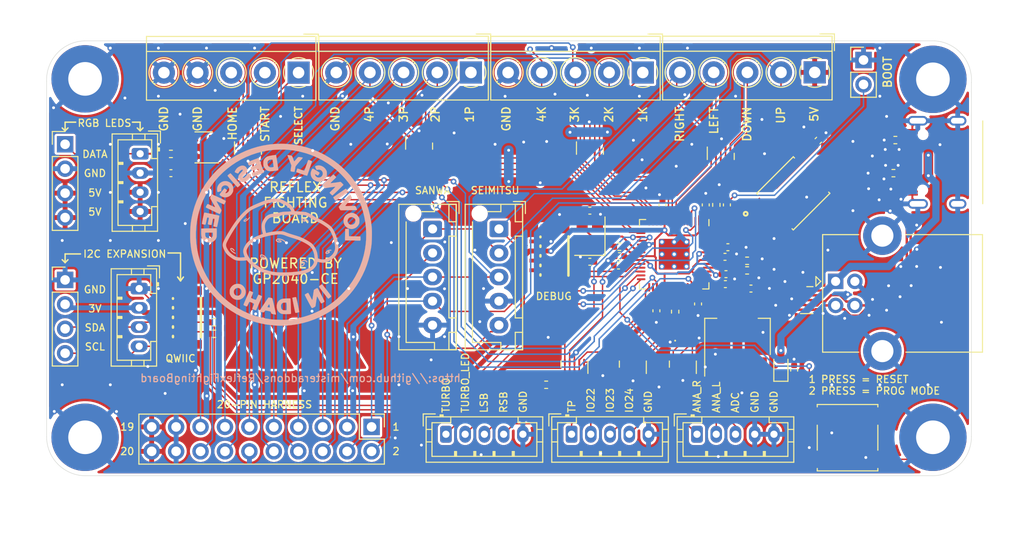
<source format=kicad_pcb>
(kicad_pcb (version 20211014) (generator pcbnew)
  (layers (0 "F.Cu" signal) (1 "In1.Cu" power) (2 "In2.Cu" power) (31 "B.Cu" signal) (34 "B.Paste" user) (35 "F.Paste" user) (36 "B.SilkS" user "B.Silkscreen") (37 "F.SilkS" user "F.Silkscreen") (38 "B.Mask" user) (39 "F.Mask" user) (44 "Edge.Cuts" user))
  (net 0 "")
  (net 2 "GND")
  (net 3 "/UP")
  (net 4 "/DOWN")
  (net 5 "/RIGHT")
  (net 6 "/LEFT")
  (net 7 "/SELECT")
  (net 8 "/HOME")
  (net 9 "/START")
  (net 10 "/1P")
  (net 11 "/2P")
  (net 12 "/3P")
  (net 13 "/4P")
  (net 14 "/1K")
  (net 15 "/2K")
  (net 16 "/3K")
  (net 17 "/4K")
  (net 18 "/TP")
  (net 19 "/LSB")
  (net 20 "/RSB")
  (net 21 "/SDA")
  (net 22 "/SCL")
  (net 23 "/GPIO22")
  (net 24 "/RS_TOGGLE")
  (net 25 "/LS_TOGGLE")
  (net 26 "/TURBO")
  (net 27 "/RUN")
  (net 28 "/RGB")
  (net 29 "/RGB_DATA_5V")
  (net 30 "/SWDIO")
  (net 31 "/SWCLK")
  (net 32 "Net-(J1-Pad1)")
  (net 33 "/TURBO_LED")
  (net 34 "Net-(R1-Pad2)")
  (net 35 "Net-(C3-Pad2)")
  (net 36 "/XIN")
  (net 37 "+3V3")
  (net 38 "/VSYS")
  (net 39 "+1V1")
  (net 40 "/VBUS")
  (net 41 "Net-(D2-Pad2)")
  (net 42 "/~{USB_BOOT}")
  (net 43 "/GPIO24")
  (net 44 "/QSPI_SS")
  (net 45 "/XOUT")
  (net 46 "/USB_D+")
  (net 47 "/DR_+")
  (net 48 "/USB_D-")
  (net 49 "/DR_-")
  (net 50 "/GPIO25")
  (net 51 "/GPIO23")
  (net 52 "/GPIO29_ADC3")
  (net 53 "/QSPI_SD3")
  (net 54 "/QSPI_SCLK")
  (net 55 "/QSPI_SD0")
  (net 56 "/QSPI_SD2")
  (net 57 "/QSPI_SD1")
  (net 60 "Net-(J15-PadA5)")
  (net 61 "Net-(J15-PadB5)")
  (net 62 "/5V")
  (footprint "Resistor_SMD:R_0402_1005Metric" (layer "F.Cu") (at 155.31 115 180)
    (fp_text reference "R1")
    (fp_text value "1K")
  )
  (footprint "Resistor_SMD:R_0402_1005Metric" (layer "F.Cu") (at 116.3 91 180)
    (fp_text reference "R5")
    (fp_text value "330R")
  )
  (footprint "Package_TO_SOT_SMD:SOT-23-5" (layer "F.Cu") (at 119.7 90.3224 180)
    (fp_text reference "U2" hide)
    (fp_text value "SN74LV1T34DBV" hide)
  )
  (footprint "Capacitor_SMD:C_0402_1005Metric" (layer "F.Cu") (at 116.3 93)
    (fp_text reference "C1")
    (fp_text value "100n")
  )
  (footprint "Resistor_SMD:R_0402_1005Metric" (layer "F.Cu") (at 120.8 109.7 180)
    (fp_text reference "R6")
    (fp_text value "4K7")
  )
  (footprint "Resistor_SMD:R_0402_1005Metric" (layer "F.Cu") (at 120.8 108.5 180)
    (fp_text reference "R7")
    (fp_text value "4K7")
  )
  (footprint "Connector_PinHeader_2.54mm:PinHeader_2x10_P2.54mm_Vertical" (layer "F.Cu") (at 137.16 119.38 -90)
    (fp_text reference "J2" hide)
    (fp_text value "Conn_02x10_Odd_Even" hide)
  )
  (footprint "Connector_JST:JST_PH_B4B-PH-K_1x04_P2.00mm_Vertical" (layer "F.Cu") (at 113.1 90.9828 -90)
    (fp_text reference "J1" hide)
    (fp_text value "Conn_01x04_Male")
  )
  (footprint "Connector_JST:JST_PH_B5B-PH-K_1x05_P2.00mm_Vertical" (layer "F.Cu") (at 157.95 120.14)
    (fp_text reference "J3" hide)
    (fp_text value "Conn_01x05_Male")
  )
  (footprint "Connector_JST:JST_PH_B5B-PH-K_1x05_P2.00mm_Vertical" (layer "F.Cu") (at 144.89 120.142)
    (fp_text reference "J4")
    (fp_text value "Conn_01x05_Male")
  )
  (footprint "TerminalBlock_MetzConnect:TerminalBlock_MetzConnect_Type059_RT06305HBWC_1x05_P3.50mm_Horizontal" (layer "F.Cu") (at 165.353425 82.538986 180)
    (fp_text reference "J5" hide)
    (fp_text value "ST01x05")
  )
  (footprint "TerminalBlock_MetzConnect:TerminalBlock_MetzConnect_Type059_RT06305HBWC_1x05_P3.50mm_Horizontal" (layer "F.Cu") (at 147.488492 82.536126 180)
    (fp_text reference "J6" hide)
    (fp_text value "ST01x05")
  )
  (footprint "TerminalBlock_MetzConnect:TerminalBlock_MetzConnect_Type059_RT06305HBWC_1x05_P3.50mm_Horizontal" (layer "F.Cu") (at 129.57 82.55 180)
    (fp_text reference "J7" hide)
    (fp_text value "ST01x05")
  )
  (footprint "TerminalBlock_MetzConnect:TerminalBlock_MetzConnect_Type059_RT06305HBWC_1x05_P3.50mm_Horizontal" (layer "F.Cu") (at 183.224154 82.523873 180)
    (fp_text reference "J8" hide)
    (fp_text value "ST01x05")
  )
  (footprint "Connector_JST:JST_PH_B5B-PH-K_1x05_P2.00mm_Vertical" (layer "F.Cu") (at 170.989676 120.142)
    (fp_text reference "J11")
    (fp_text value "Conn_01x05_Male")
  )
  (footprint "Connector_JST:JST_PH_B4B-PH-K_1x04_P2.00mm_Vertical" (layer "F.Cu") (at 113 105 -90)
    (fp_text reference "J12" hide)
    (fp_text value "Conn_01x04_Male")
  )
  (footprint "MountingHole:MountingHole_3.5mm_Pad" (layer "F.Cu") (at 107.378 83.2)
    (fp_text reference "H1")
    (fp_text value "MountingHole")
  )
  (footprint "MountingHole:MountingHole_3.5mm_Pad" (layer "F.Cu") (at 107.378 120.46)
    (fp_text reference "H3")
    (fp_text value "MountingHole")
  )
  (footprint "MountingHole:MountingHole_3.5mm_Pad" (layer "F.Cu") (at 195.517 120.46)
    (fp_text reference "H4")
    (fp_text value "MountingHole")
  )
  (footprint "MountingHole:MountingHole_3.5mm_Pad" (layer "F.Cu") (at 195.517 83.248)
    (fp_text reference "H2")
    (fp_text value "MountingHole")
  )
  (footprint "FeralAI:BOOM_SH_C145961_1x04_P1.00mm_Vertical" (layer "F.Cu") (at 117.1 108 90)
    (fp_text reference "J9" hide)
    (fp_text value "Conn_01x04_Male" hide)
  )
  (footprint "FeralAI:BOOM_SH_C145961_1x04_P1.00mm_Vertical" (layer "F.Cu") (at 155.3 101.6 90)
    (fp_text reference "J13" hide)
    (fp_text value "Conn_01x04_Male" hide)
  )
  (footprint "Capacitor_SMD:C_0402_1005Metric" (layer "F.Cu") (at 162.83 102.6 180)
    (fp_text reference "C9")
    (fp_text value "100n")
  )
  (footprint "Package_DFN_QFN:UDFN-10_1.35x2.6mm_P0.5mm" (layer "F.Cu") (at 169.52 113.18 90)
    (fp_text reference "U9")
    (fp_text value "TVS_RCLAMP0524P-N")
  )
  (footprint "Resistor_SMD:R_0402_1005Metric" (layer "F.Cu") (at 173 96.3 -90)
    (fp_text reference "R15")
    (fp_text value "10K")
  )
  (footprint "Connector_PinHeader_2.54mm:PinHeader_1x02_P2.54mm_Vertical" (layer "F.Cu") (at 188.3 81.24)
    (fp_text reference "J14")
    (fp_text value "Conn_01x02")
  )
  (footprint "Capacitor_SMD:C_0402_1005Metric" (layer "F.Cu") (at 174.2 100.7)
    (fp_text reference "C8")
    (fp_text value "100n")
  )
  (footprint "Package_DFN_QFN:UDFN-10_1.35x2.6mm_P0.5mm" (layer "F.Cu") (at 164.32 113.18 90)
    (fp_text reference "U11")
    (fp_text value "TVS_RCLAMP0524P-N")
  )
  (footprint "Capacitor_SMD:C_0402_1005Metric" (layer "F.Cu") (at 166.77 107.31 -90)
    (fp_text reference "C11")
    (fp_text value "100n")
  )
  (footprint "Resistor_SMD:R_0402_1005Metric" (layer "F.Cu") (at 176.2 102.11 180)
    (fp_text reference "R18")
    (fp_text value "27")
  )
  (footprint "Connector_USB:USB_B_Lumberg_2411_02_Horizontal" (layer "F.Cu") (at 185.4 104.25)
    (fp_text reference "J16")
    (fp_text value "USB_B")
  )
  (footprint "Resistor_SMD:R_0402_1005Metric" (layer "F.Cu") (at 168.72 107.4 90)
    (fp_text reference "R20")
    (fp_text value "470R")
  )
  (footprint "Package_DFN_QFN:UDFN-10_1.35x2.6mm_P0.5mm" (layer "F.Cu") (at 159.86 90.39 -90)
    (fp_text reference "U7")
    (fp_text value "TVS_RCLAMP0524P-N")
  )
  (footprint "Connector_PinHeader_2.54mm:PinHeader_1x04_P2.54mm_Vertical" (layer "F.Cu") (at 105.3 90)
    (fp_text reference "J19")
    (fp_text value "Conn_01x04_Male")
  )
  (footprint "Package_TO_SOT_SMD:SOT-223-3_TabPin2" (layer "F.Cu") (at 175.2 110 90)
    (fp_text reference "U3")
    (fp_text value "AMS1117-3.3")
  )
  (footprint "VideoGames_KiCAD6:SOIC127P790X216-8N" (layer "F.Cu") (at 181 95.1 45)
    (fp_text reference "FLASH1")
    (fp_text value "W25Q16")
  )
  (footprint "VideoGames_KiCAD6:RP2040-QFN-56" (layer "F.Cu") (at 168.62 101.43 -90)
    (fp_text reference "U4")
    (fp_text value "RP2040")
  )
  (footprint "Capacitor_SMD:C_0402_1005Metric" (layer "F.Cu") (at 174.1 96.3 90)
    (fp_text reference "R14")
    (fp_text value "1K")
  )
  (footprint "Resistor_SMD:R_0402_1005Metric" (layer "F.Cu") (at 191.41 93)
    (fp_text reference "R21")
    (fp_text value "5K1")
  )
  (footprint "Crystal:Crystal_SMD_SeikoEpson_TSX3225-4Pin_3.2x2.5mm" (layer "F.Cu") (at 159.85 99.55 90)
    (fp_text reference "Y1")
    (fp_text value "Crystal_GND24_Small")
  )
  (footprint "Capacitor_SMD:C_0402_1005Metric" (layer "F.Cu") (at 176.6 105)
    (fp_text reference "C7")
    (fp_text value "10u")
  )
  (footprint "Connector_PinHeader_2.54mm:PinHeader_1x04_P2.54mm_Vertical" (layer "F.Cu") (at 105.3 104.1)
    (fp_text reference "J10")
    (fp_text value "Conn_01x04_Male")
  )
  (footprint "Package_DFN_QFN:UDFN-10_1.35x2.6mm_P0.5mm" (layer "F.Cu") (at 173.46 90.935 -90)
    (fp_text reference "U1")
    (fp_text value "TVS_RCLAMP0524P-N")
  )
  (footprint "Diode_SMD:D_0603_1608Metric" (layer "F.Cu") (at 179.71 113.15 90)
    (fp_text reference "D1")
    (fp_text value "SCHOTTKY DIODE")
  )
  (footprint "Connector_JST:JST_XH_B5B-XH-AM_1x05_P2.50mm_Vertical" (layer "F.Cu") (at 150.4 98.8 -90)
    (fp_text reference "J18")
    (fp_text value "SEIMITSU")
  )
  (footprint "Resistor_SMD:R_0402_1005Metric" (layer "F.Cu") (at 176.2 103.11 180)
    (fp_text reference "R19")
    (fp_text value "27")
  )
  (footprint "Capacitor_SMD:C_0402_1005Metric" (layer "F.Cu") (at 167.4 96.3 90)
    (fp_text reference "C15")
    (fp_text value "100n")
  )
  (footprint "Package_DFN_QFN:UDFN-10_1.35x2.6mm_P0.5mm" (layer "F.Cu") (at 142.1 89.865 -90)
    (fp_text reference "U6")
    (fp_text value "TVS_RCLAMP0524P-N")
  )
  (footprint "Resistor_SMD:R_0402_1005Metric" (layer "F.Cu") (at 191.61 89.56)
    (fp_text reference "R22")
    (fp_text value "5K1")
  )
  (footprint "Capacitor_SMD:C_0402_1005Metric" (layer "F.Cu") (at 171.9 96.3 90)
    (fp_text reference "C14")
    (fp_text value "100n")
  )
  (footprint "Package_DFN_QFN:UDFN-10_1.35x2.6mm_P0.5mm" (layer "F.Cu") (at 124.31 90.39 -90)
    (fp_text reference "U5")
    (fp_text value "TVS_RCLAMP0524P-N")
  )
  (footprint "Capacitor_SMD:C_0402_1005Metric" (layer "F.Cu") (at 173.94 104.535062)
    (fp_text reference "C12")
    (fp_text value "1u")
  )
  (footprint "Capacitor_SMD:C_0402_1005Metric" (layer "F.Cu") (at 174 103.5)
    (fp_text reference "C10")
    (fp_text value "1u")
  )
  (footprint "VideoGames:MiSTer_Addons_MA_15mm" (layer "F.Cu") (at 129.668648 109.064346)
    (fp_text reference "Ref**" hide)
    (fp_text value "Val**" hide)
  )
  (footprint "VideoGames_KiCAD6:SW_SPST_6x6_C499305_C499302" (layer "F.Cu") (at 186.640658 120.5)
    (fp_text reference "SW1")
    (fp_text value "SW_Push")
  )
  (footprint "Capacitor_SMD:C_0402_1005Metric" (layer "F.Cu") (at 183.6 89.6 45)
    (fp_text reference "C5")
    (fp_text value "100n")
  )
  (footprint "LED_SMD:LED_0402_1005Metric" (layer "F.Cu") (at 168.72 109.3225 90)
    (fp_text reference "D2")
    (fp_text value "LED 0402 YELLOW")
  )
  (footprint "Connector_JST:JST_XH_B5B-XH-AM_1x05_P2.50mm_Vertical" (layer "F.Cu") (at 143.5 98.8 -90)
    (fp_text reference "J17")
    (fp_text value "SANWA")
  )
  (footprint "Capacitor_SMD:C_0402_1005Metric" (layer "F.Cu") (at 181.09 113.47 90)
    (fp_text reference "C6")
    (fp_text value "10u")
  )
  (footprint "Package_DFN_QFN:UDFN-10_1.35x2.6mm_P0.5mm" (layer "F.Cu") (at 158.25 113.17 90)
    (fp_text reference "U8")
    (fp_text value "TVS_RCLAMP0524P-N")
  )
  (footprint "Capacitor_SMD:C_0402_1005Metric" (layer "F.Cu") (at 159.85 96.9 180)
    (fp_text reference "C4")
    (fp_text value "27p")
  )
  (footprint "Capacitor_SMD:C_0402_1005Metric" (layer "F.Cu") (at 159.85 102.21)
    (fp_text reference "C3")
    (fp_text value "27p")
  )
  (footprint "Resistor_SMD:R_0402_1005Metric" (layer "F.Cu") (at 162.92 100.65 180)
    (fp_text reference "R16")
    (fp_text value "1K")
  )
  (footprint "VideoGames:USB_Type_C_C167321" (layer "F.Cu") (at 193.943337 91.874 90)
    (fp_text reference "J15")
    (fp_text value "USB_C_Receptacle")
  )
  (footprint "Package_DFN_QFN:UDFN-10_1.35x2.6mm_P0.5mm" (layer "F.Cu") (at 182.4 106.2)
    (fp_text reference "U10")
    (fp_text value "TVS_RCLAMP0524P-N")
  )
  (footprint "Capacitor_SMD:C_0402_1005Metric" (layer "F.Cu") (at 162.93 101.63 180)
    (fp_text reference "C17")
    (fp_text value "10u")
  )
  (footprint "Capacitor_SMD:C_0402_1005Metric" (layer "F.Cu") (at 173.9 101.7)
    (fp_text reference "C13")
    (fp_text value "100n")
  )
  (footprint "Capacitor_SMD:C_0402_1005Metric" (layer "F.Cu") (at 171.1 106.6 -90)
    (fp_text reference "C16")
    (fp_text value "100n")
  )
  (footprint "VideoGames_KiCad6:Idaho_M" (layer "B.Cu") (at 126.3 104.4 180)
    (fp_text reference "Ref**" hide)
    (fp_text value "Val**" hide)
  )
  (gr_line (start 105 102) (end 105.3 102.3) (layer "F.SilkS") (width 0.15))
  (gr_line (start 117 103.8) (end 117.3 104.2) (layer "F.SilkS") (width 0.15))
  (gr_line (start 117.6 103.8) (end 117.3 104.2) (layer "F.SilkS") (width 0.15))
  (gr_line (start 106.9 101.4) (end 105.3 101.4) (layer "F.SilkS") (width 0.15))
  (gr_line (start 106.4 87.7) (end 105.3 87.7) (layer "F.SilkS") (width 0.15))
  (gr_line (start 117.3 101.3) (end 117.3 104.2) (layer "F.SilkS") (width 0.15))
  (gr_line (start 113.1 88.6) (end 113.4 88.3) (layer "F.SilkS") (width 0.15))
  (gr_line (start 112.8 88.3) (end 113.1 88.6) (layer "F.SilkS") (width 0.15))
  (gr_line (start 116 101.3) (end 117.3 101.3) (layer "F.SilkS") (width 0.15))
  (gr_line (start 117.3 104.2) (end 117 103.8) (layer "F.SilkS") (width 0.15))
  (gr_line (start 105.3 87.7) (end 105.3 88.6) (layer "F.SilkS") (width 0.15))
  (gr_line (start 105.3 102.3) (end 105.6 102) (layer "F.SilkS") (width 0.15))
  (gr_line (start 105.3 88.6) (end 105.6 88.3) (layer "F.SilkS") (width 0.15))
  (gr_line (start 113.1 87.7) (end 112.3 87.7) (layer "F.SilkS") (width 0.15))
  (gr_line (start 105 88.3) (end 105.3 88.6) (layer "F.SilkS") (width 0.15))
  (gr_line (start 113.1 87.7) (end 113.1 88.6) (layer "F.SilkS") (width 0.15))
  (gr_line (start 105.3 101.4) (end 105.3 102.3) (layer "F.SilkS") (width 0.15))
  (gr_arc (start 107.442 124.46) (mid 104.568318 123.269682) (end 103.378 120.396) (layer "Edge.Cuts") (width 0.05))
  (gr_line (start 103.378 120.396) (end 103.378 83.439) (layer "Edge.Cuts") (width 0.05))
  (gr_line (start 195.453 124.46) (end 107.442 124.46) (layer "Edge.Cuts") (width 0.05))
  (gr_line (start 107.315 79.248) (end 195.707 79.248) (layer "Edge.Cuts") (width 0.05))
  (gr_arc (start 103.378 83.439) (mid 104.478515 80.528121) (end 107.315 79.248) (layer "Edge.Cuts") (width 0.05))
  (gr_arc (start 195.707 79.248) (mid 198.506287 80.617923) (end 199.517 83.566) (layer "Edge.Cuts") (width 0.05))
  (gr_line (start 199.517 83.566) (end 199.517 120.396) (layer "Edge.Cuts") (width 0.05))
  (gr_arc (start 199.517 120.396) (mid 198.326682 123.269682) (end 195.453 124.46) (layer "Edge.Cuts") (width 0.05))
  (gr_text "https://github.com/misteraddons/ReflexFightingBoard" (at 129.77 114.31) (layer "B.SilkS") (effects (font (size 0.8 0.8) (thickness 0.125)) (justify mirror)))
  (gr_text "1" (at 139.7 119.38) (layer "F.SilkS") (effects (font (size 0.75 0.75) (thickness 0.125))))
  (gr_text "2" (at 139.7 121.92) (layer "F.SilkS") (effects (font (size 0.75 0.75) (thickness 0.125))))
  (gr_text "20" (at 111.76 121.92) (layer "F.SilkS") (effects (font (size 0.75 0.75) (thickness 0.125))))
  (gr_text "19" (at 111.76 119.38) (layer "F.SilkS") (effects (font (size 0.75 0.75) (thickness 0.125))))
  (gr_text "START" (at 126.09 87.901905 90) (layer "F.SilkS") (effects (font (size 0.85 0.85))))
  (gr_text "SELECT" (at 129.57 88.060238 90) (layer "F.SilkS") (effects (font (size 0.75 0.75))))
  (gr_text "SDA" (at 108.4 109.0676) (layer "F.SilkS") (effects (font (size 0.75 0.75) (thickness 0.125))))
  (gr_text "I2C EXPANSION" (at 111.5 101.4) (layer "F.SilkS") (effects (font (size 0.75 0.75) (thickness 0.125))))
  (gr_text "UP" (at 179.699572 86.976071 90) (layer "F.SilkS") (effects (font (size 0.85 0.85))))
  (gr_text "DOWN" (at 176.1914 87.907024 90) (layer "F.SilkS") (effects (font (size 0.85 0.85))))
  (gr_text "4K" (at 154.843 86.89 90) (layer "F.SilkS") (effects (font (size 0.85 0.85))))
  (gr_text "3V" (at 108.4 107.0864) (layer "F.SilkS") (effects (font (size 0.75 0.75) (thickness 0.125))))
  (gr_text "GND" (at 152.91 116.772143 90) (layer "F.SilkS") (effects (font (size 0.75 0.75) (thickness 0.125))))
  (gr_text "REFLEX\nFIGHTING\nBOARD" (at 129.24 96.07) (layer "F.SilkS") (effects (font (size 1 1))))
  (gr_text "5V" (at 108.4 97.028) (layer "F.SilkS") (effects (font (size 0.75 0.75) (thickness 0.125))))
  (gr_text "SCL" (at 108.4 111.0488) (layer "F.SilkS") (effects (font (size 0.75 0.75) (thickness 0.125))))
  (gr_text "BOOT" (at 190.8 82.5 90) (layer "F.SilkS") (effects (font (size 0.85 0.85))))
  (gr_text "GND" (at 119.07 87.355476 90) (layer "F.SilkS") (effects (font (size 0.85 0.85))))
  (gr_text "RSB" (at 150.878 116.807857 90) (layer "F.SilkS") (effects (font (size 0.75 0.75) (thickness 0.125))))
  (gr_text "1P" (at 147.35 86.89 90) (layer "F.SilkS") (effects (font (size 0.85 0.85))))
  (gr_text "20-PIN HARNESS" (at 126.0221 117.0559) (layer "F.SilkS") (effects (font (size 0.75 0.75) (thickness 0.125))))
  (gr_text "DEBUG" (at 156.1 105.8) (layer "F.SilkS") (effects (font (size 0.75 0.75) (thickness 0.125))))
  (gr_text "GND" (at 151.16 87.355476 90) (layer "F.SilkS") (effects (font (size 0.85 0.85))))
  (gr_text "TP" (at 157.97 117.254286 90) (layer "F.SilkS") (effects (font (size 0.75 0.75) (thickness 0.125))))
  (gr_text "LSB" (at 148.846 116.879286 90) (layer "F.SilkS") (effects (font (size 0.75 0.75) (thickness 0.125))))
  (gr_text "RIGHT" (at 169.202066 87.927262 90) (layer "F.SilkS") (effects (font (size 0.85 0.85))))
  (gr_text "RGB LEDS" (at 109.395347 87.8) (layer "F.SilkS") (effects (font (size 0.75 0.75) (thickness 0.125))))
  (gr_text "SANWA" (at 143.5 94.8) (layer "F.SilkS") (effects (font (size 0.75 0.75) (thickness 0.125))))
  (gr_text "ANA_L" (at 173 116.29 90) (layer "F.SilkS") (effects (font (size 0.75 0.75) (thickness 0.125))))
  (gr_text "GND" (at 108.4 105.1052) (layer "F.SilkS") (effects (font (size 0.75 0.75) (thickness 0.125))))
  (gr_text "LEFT" (at 172.751502 87.5225 90) (layer "F.SilkS") (effects (font (size 0.85 0.85))))
  (gr_text "TURBO_LED" (at 146.9 114.79 90) (layer "F.SilkS") (effects (font (size 0.75 0.75) (thickness 0.125))))
  (gr_text "GND" (at 177 116.772143 90) (layer "F.SilkS") (effects (font (size 0.75 0.75) (thickness 0.125))))
  (gr_text "GND" (at 115.56 87.355476 90) (layer "F.SilkS") (effects (font (size 0.85 0.85))))
  (gr_text "3K" (at 158.272 86.89 90) (layer "F.SilkS") (effects (font (size 0.85 0.85))))
  (gr_text "ANA_R" (at 170.98 116.218572 90) (layer "F.SilkS") (effects (font (size 0.75 0.75) (thickness 0.125))))
  (gr_text "GND" (at 178.98 116.772143 90) (layer "F.SilkS") (effects (font (size 0.75 0.75) (thickness 0.125))))
  (gr_text "POWERED BY\nGP2040-CE" (at 129.26 103.19) (layer "F.SilkS") (effects (font (size 1 1))))
  (gr_text "GND" (at 165.91 116.772143 90) (layer "F.SilkS") (effects (font (size 0.75 0.75) (thickness 0.125))))
  (gr_text "1 PRESS = RESET\n2 PRESS = PROG MODE" (at 182.526073 115.03) (layer "F.SilkS") (effects (font (size 0.75 0.75) (thickness 0.125)) (justify left)))
  (gr_text "HOME" (at 122.702 87.820953 90) (layer "F.SilkS") (effects (font (size 0.85 0.85))))
  (gr_text "3P" (at 140.492 86.89 90) (layer "F.SilkS") (effects (font (size 0.85 0.85))))
  (gr_text "2P" (at 143.794 86.89 90) (layer "F.SilkS") (effects (font (size 0.85 0.85))))
  (gr_text "ADC" (at 174.97 116.843572 90) (layer "F.SilkS") (effects (font (size 0.75 0.75) (thickness 0.125))))
  (gr_text "GND" (at 108.4 93.0148) (layer "F.SilkS") (effects (font (size 0.75 0.75) (thickness 0.125))))
  (gr_text "QWIIC" (at 117.3 112.268) (layer "F.SilkS") (effects (font (size 0.75 0.75) (thickness 0.125))))
  (gr_text "GND" (at 133.38 87.355476 90) (layer "F.SilkS") (effects (font (size 0.85 0.85))))
  (gr_text "IO22" (at 159.95 116.629286 90) (layer "F.SilkS") (effects (font (size 0.75 0.75) (thickness 0.125))))
  (gr_text "\nDATA" (at 108.4 90.424) (layer "F.SilkS") (effects (font (size 0.75 0.75) (thickness 0.125))))
  (gr_text "TURBO" (at 144.89 116.093572 90) (layer "F.SilkS") (effects (font (size 0.75 0.75) (thickness 0.125))))
  (gr_text "IO23" (at 161.96 116.629286 90) (layer "F.SilkS") (effects (font (size 0.75 0.75) (thickness 0.125))))
  (gr_text "1K" (at 165.364154 86.89 90) (layer "F.SilkS") (effects (font (size 0.85 0.85))))
  (gr_text "5V" (at 108.4 95.0468) (layer "F.SilkS") (effects (font (size 0.75 0.75) (thickness 0.125))))
  (gr_text "4P" (at 136.936 86.89 90) (layer "F.SilkS") (effects (font (size 0.85 0.85))))
  (gr_text "5V" (at 183.169503 86.874881 90) (layer "F.SilkS") (effects (font (size 0.85 0.85))))
  (gr_text "IO24" (at 163.95 116.629286 90) (layer "F.SilkS") (effects (font (size 0.75 0.75) (thickness 0.125))))
  (gr_text "2K" (at 161.83 86.89 90) (layer "F.SilkS") (effects (font (size 0.85 0.85))))
  (gr_text "SEIMITSU" (at 150 94.8) (layer "F.SilkS") (effects (font (size 0.75 0.75) (thickness 0.125))))
  (segment (start 154.383 100.1) (end 154.376 100.093) (width 0.2) (layer "F.Cu") (net 2))
  (segment (start 159.37 102.21) (end 158.87 101.71) (width 0.2) (layer "F.Cu") (net 2))
  (segment (start 164.32 114.57) (end 164.34 114.59) (width 0.15) (layer "F.Cu") (net 2))
  (segment (start 162.45 101.63) (end 162.23 101.63) (width 0.2) (layer "F.Cu") (net 2))
  (segment (start 190.9 93) (end 190.9 92.495887) (width 0.15) (layer "F.Cu") (net 2))
  (segment (start 142.1 89.375) (end 142.1 88.6) (width 0.15) (layer "F.Cu") (net 2))
  (segment (start 124.31 89.865) (end 124.31 90.915) (width 0.15) (layer "F.Cu") (net 2))
  (segment (start 162.26 102.6) (end 161.76 102.1) (width 0.2) (layer "F.Cu") (net 2))
  (segment (start 179 99.8) (end 179.797918 99.002082) (width 0.15) (layer "F.Cu") (net 2))
  (segment (start 173.54 89.43) (end 173.46 89.51) (width 0.15) (layer "F.Cu") (net 2))
  (segment (start 115.82 93) (end 113.1172 93) (width 0.5) (layer "F.Cu") (net 2))
  (segment (start 167.09 95.24) (end 167.09 95.51) (width 0.15) (layer "F.Cu") (net 2))
  (segment (start 167.09 95.51) (end 167.4 95.82) (width 0.15) (layer "F.Cu") (net 2))
  (segment (start 190.45 89.56) (end 191.1 89.56) (width 0.2) (layer "F.Cu") (net 2))
  (segment (start 174.9 104.055062) (end 174.42 104.535062) (width 0.2) (layer "F.Cu") (net 2))
  (segment (start 158.68 101.52) (end 158.68 101.02) (width 0.2) (layer "F.Cu") (net 2))
  (segment (start 190.615658 122.75) (end 193.227 122.75) (width 0.15) (layer "F.Cu") (net 2))
  (segment (start 159.86 87.740011) (end 159.86 90.915) (width 0.15) (layer "F.Cu") (net 2))
  (segment (start 181.09 112.99) (end 181.09 112.35) (width 0.15) (layer "F.Cu") (net 2))
  (segment (start 190.9 92.495887) (end 190.593613 92.1895) (width 0.15) (layer "F.Cu") (net 2))
  (segment (start 160.33 96.9) (end 160.58 96.9) (width 0.2) (layer "F.Cu") (net 2))
  (segment (start 174.9 104) (end 174.9 103.92) (width 0.2) (layer "F.Cu") (net 2))
  (segment (start 158.25 113.695) (end 158.25 111.8) (width 0.15) (layer "F.Cu") (net 2))
  (segment (start 193.227 122.75) (end 195.517 120.46) (width 0.15) (layer "F.Cu") (net 2))
  (segment (start 180.833011 106.066989) (end 180.966022 106.2) (width 0.25) (layer "F.Cu") (net 2))
  (segment (start 171.85 113.15) (end 172.9 113.15) (width 0.75) (layer "F.Cu") (net 2))
  (segment (start 175.1 101.4) (end 174.8 101.7) (width 0.2) (layer "F.Cu") (net 2))
  (segment (start 160.955 97.275) (end 161.06 97.38) (width 0.2) (layer "F.Cu") (net 2))
  (segment (start 121.7724 89.3724) (end 121.8 89.4) (width 0.5) (layer "F.Cu") (net 2))
  (segment (start 181.09 112.35) (end 181.08 112.34) (width 0.15) (layer "F.Cu") (net 2))
  (segment (start 171.9 95.82) (end 171.9 95.1) (width 0.15) (layer "F.Cu") (net 2))
  (segment (start 177.08 105) (end 178.5 105) (width 0.15) (layer "F.Cu") (net 2))
  (segment (start 162.23 101.63) (end 161.76 102.1) (width 0.2) (layer "F.Cu") (net 2))
  (segment (start 155.8 100.1) (end 154.383 100.1) (width 0.2) (layer "F.Cu") (net 2))
  (segment (start 193.375729 95.635) (end 193.925729 96.185) (width 0.2) (layer "F.Cu") (net 2))
  (segment (start 161.06 97.38) (end 161.06 98.04) (width 0.2) (layer "F.Cu") (net 2))
  (segment (start 172.9 111.82) (end 172.9 113.15) (width 0.75) (layer "F.Cu") (net 2))
  (segment (start 174.9 103.92) (end 174.48 103.5) (width 0.2) (layer "F.Cu") (net 2))
  (segment (start 166.76 108.51) (end 166.77 108.5) (width 0.2) (layer "F.Cu") (net 2))
  (segment (start 179.797918 99.002082) (end 179.797918 98.996158) (width 0.15) (layer "F.Cu") (net 2))
  (segment (start 165.992745 100.43) (end 165.997502 100.434757) (width 0.2) (layer "F.Cu") (net 2))
  (segment (start 193.375729 88.815) (end 193.375729 88.095) (width 0.2) (layer "F.Cu") (net 2))
  (segment (start 116.176 106.493) (end 114.493 106.493) (width 0.15) (layer "F.Cu") (net 2))
  (segment (start 173.46 89.51) (end 173.46 91.46) (width 0.15) (layer "F.Cu") (net 2))
  (segment (start 193.375729 94.915) (end 193.375729 95.635) (width 0.2) (layer "F.Cu") (net 2))
  (segment (start 158.25 111.8) (end 158.41 111.64) (width 0.15) (layer "F.Cu") (net 2))
  (segment (start 180.966022 106.2) (end 181.875 106.2) (width 0.25) (layer "F.Cu") (net 2))
  (segment (start 171.1 107.8) (end 171.1 107.08) (width 0.2) (layer "F.Cu") (net 2))
  (segment (start 162.35 102.6) (end 162.26 102.6) (width 0.2) (layer "F.Cu") (net 2))
  (segment (start 114.493 106.493) (end 113 105) (width 0.15) (layer "F.Cu") (net 2))
  (segment (start 168.2 110.3275) (end 168.72 109.8075) (width 0.15) (layer "F.Cu") (net 2))
  (segment (start 174.8 101.7) (end 174.38 101.7) (width 0.2) (layer "F.Cu") (net 2))
  (segment (start 160.58 96.9) (end 160.955 97.275) (width 0.2) (layer "F.Cu") (net 2))
  (segment (start 120.8 89.3724) (end 121.7724 89.3724) (width 0.5) (layer "F.Cu") (net 2))
  (segment (start 182.665658 122.75) (end 182.665658 121.535658) (width 0.15) (layer "F.Cu") (net 2))
  (segment (start 142.1 89.375) (end 142.1 90.425) (width 0.15) (layer "F.Cu") (net 2))
  (segment (start 175.1 101.4) (end 175.1 101.12) (width 0.2) (layer "F.Cu") (net 2))
  (segment (start 124.31 91.74) (end 124.32 91.75) (width 0.15) (layer "F.Cu") (net 2))
  (segment (start 113.1172 93) (end 113.1 92.9828) (width 0.5) (layer "F.Cu") (net 2))
  (segment (start 174.9 104) (end 174.9 104.055062) (width 0.2) (layer "F.Cu") (net 2))
  (segment (start 165.1825 100.43) (end 165.992745 100.43) (width 0.2) (layer "F.Cu") (net 2))
  (segment (start 193.375729 88.095) (end 193.925729 87.545) (width 0.2) (layer "F.Cu") (net 2))
  (segment (start 124.31 90.915) (end 124.31 91.74) (width 0.15) (layer "F.Cu") (net 2))
  (segment (start 166.77 108.5) (end 166.77 107.79) (width 0.2) (layer "F.Cu") (net 2))
  (segment (start 168.2 110.56) (end 168.2 110.3275) (width 0.15) (layer "F.Cu") (net 2))
  (segment (start 178.5 105) (end 178.516989 104.983011) (width 0.15) (layer "F.Cu") (net 2))
  (segment (start 158.87 101.71) (end 158.68 101.52) (width 0.2) (layer "F.Cu") (net 2))
  (segment (start 184.4 88.8) (end 183.939411 89.260589) (width 0.15) (layer "F.Cu") (net 2))
  (segment (start 169.52 112.655) (end 169.52 114.55) (width 0.15) (layer "F.Cu") (net 2))
  (segment (start 159.789989 87.67) (end 159.86 87.740011) (width 0.15) (layer "F.Cu") (net 2))
  (segment (start 175.1 101.12) (end 174.68 100.7) (width 0.2) (layer "F.Cu") (net 2))
  (segment (start 164.32 112.655) (end 164.32 114.57) (width 0.15) (layer "F.Cu") (net 2))
  (segment (start 182.925 106.2) (end 181.875 106.2) (width 0.25) (layer "F.Cu") (net 2))
  (segment (start 182.665658 121.535658) (end 182.66 121.53) (width 0.15) (layer "F.Cu") (net 2))
  (via (at 110 80) (size 0.6) (drill 0.3) (layers "F.Cu" "B.Cu") (net 2))
  (via (at 182.39 95.49) (size 0.6) (drill 0.3) (layers "F.Cu" "B.Cu") (net 2))
  (via (at 196.3 102.8) (size 0.6) (drill 0.3) (layers "F.Cu" "B.Cu") (net 2))
  (via (at 161.2 114.05) (size 0.6) (drill 0.3) (layers "F.Cu" "B.Cu") (net 2))
  (via (at 190 85) (size 0.6) (drill 0.3) (layers "F.Cu" "B.Cu") (net 2))
  (via (at 120 100) (size 0.6) (drill 0.3) (layers "F.Cu" "B.Cu") (net 2))
  (via (at 173.3 94.2) (size 0.6) (drill 0.3) (layers "F.Cu" "B.Cu") (net 2))
  (via (at 115 80) (size 0.6) (drill 0.3) (layers "F.Cu" "B.Cu") (net 2))
  (via (at 178.516989 104.983011) (size 0.6) (drill 0.3) (layers "F.Cu" "B.Cu") (net 2))
  (via (at 165.997502 100.434757) (size 0.6) (drill 0.3) (layers "F.Cu" "B.Cu") (net 2))
  (via (at 115 105) (size 0.6) (drill 0.3) (layers "F.Cu" "B.Cu") (net 2))
  (via (at 133.61 100.28) (size 0.6) (drill 0.3) (layers "F.Cu" "B.Cu") (net 2))
  (via (at 176.09 100.71) (size 0.6) (drill 0.3) (layers "F.Cu" "B.Cu") (net 2))
  (via (at 120 80) (size 0.6) (drill 0.3) (layers "F.Cu" "B.Cu") (net 2))
  (via (at 189.23774 106.1255) (size 0.6) (drill 0.3) (layers "F.Cu" "B.Cu") (net 2))
  (via (at 131.04 90.65) (size 0.6) (drill 0.3) (layers "F.Cu" "B.Cu") (net 2))
  (via (at 161.76 102.1) (size 0.6) (drill 0.3) (layers "F.Cu" "B.Cu") (net 2))
  (via (at 182 103.31) (size 0.6) (drill 0.3) (layers "F.Cu" "B.Cu") (net 2))
  (via (at 186.341645 108.094411) (size 0.6) (drill 0.3) (layers "F.Cu" "B.Cu") (net 2))
  (via (at 117.25 86.87) (size 0.6) (drill 0.3) (layers "F.Cu" "B.Cu") (net 2))
  (via (at 135.19 115.62) (size 0.6) (drill 0.3) (layers "F.Cu" "B.Cu") (net 2))
  (via (at 184.4 88.8) (size 0.6) (drill 0.3) (layers "F.Cu" "B.Cu") (net 2))
  (via (at 124.32 91.75) (size 0.6) (drill 0.3) (layers "F.Cu" "B.Cu") (net 2))
  (via (at 160 80) (size 0.6) (drill 0.3) (layers "F.Cu" "B.Cu") (net 2))
  (via (at 142.4 84.9) (size 0.6) (drill 0.3) (layers "F.Cu" "B.Cu") (net 2))
  (via (at 154.69 94) (size 0.6) (drill 0.3) (layers "F.Cu" "B.Cu") (net 2))
  (via (at 192.098011 105.848011) (size 0.6) (drill 0.3) (layers "F.Cu" "B.Cu") (net 2))
  (via (at 152.97 89.77) (size 0.6) (drill 0.3) (layers "F.Cu" "B.Cu") (net 2))
  (via (at 193.84526 100.92076) (size 0.6) (drill 0.3) (layers "F.Cu" "B.Cu") (net 2))
  (via (at 115 95) (size 0.6) (drill 0.3) (layers "F.Cu" "B.Cu") (net 2))
  (via (at 130.97 107.35) (size 0.6) (drill 0.3) (layers "F.Cu" "B.Cu") (net 2))
  (via (at 155.36 89.71) (size 0.6) (drill 0.3) (layers "F.Cu" "B.Cu") (net 2))
  (via (at 179 99.8) (size 0.6) (drill 0.3) (layers "F.Cu" "B.Cu") (net 2))
  (via (at 140 110) (size 0.6) (drill 0.3) (layers "F.Cu" "B.Cu") (net 2))
  (via (at 155.8 100.1) (size 0.6) (drill 0.3) (layers "F.Cu" "B.Cu") (net 2))
  (via (at 147.9 101) (size 0.6) (drill 0.3) (layers "F.Cu" "B.Cu") (net 2))
  (via (at 110 95) (size 0.6) (drill 0.3) (layers "F.Cu" "B.Cu") (net 2))
  (via (at 148.41 108.44) (size 0.6) (drill 0.3) (layers "F.Cu" "B.Cu") (net 2))
  (via (at 173.54 89.43) (size 0.6) (drill 0.3) (layers "F.Cu" "B.Cu") (net 2))
  (via (at 160.955 97.275) (size 0.6) (drill 0.3) (layers "F.Cu" "B.Cu") (net 2))
  (via (at 144.74 110) (size 0.6) (drill 0.3) (layers "F.Cu" "B.Cu") (net 2))
  (via (at 171.1 107.8) (size 0.6) (drill 0.3) (layers "F.Cu" "B.Cu") (net 2))
  (via (at 189.925908 95.774092) (size 0.6) (drill 0.3) (layers "F.Cu" "B.Cu") (net 2))
  (via (at 177.85 109.55) (size 0.6) (drill 0.3) (layers "F.Cu" "B.Cu") (net 2))
  (via (at 118.8555 113.5) (size 0.6) (drill 0.3) (layers "F.Cu" "B.Cu") (net 2))
  (via (at 138.9 85.7) (size 0.6) (drill 0.3) (layers "F.Cu" "B.Cu") (net 2))
  (via (at 159.789989 87.67) (size 0.6) (drill 0.3) (layers "F.Cu" "B.Cu") (net 2))
  (via (at 165 80) (size 0.6) (drill 0.3) (layers "F.Cu" "B.Cu") (net 2))
  (via (at 167.04 115.23) (size 0.6) (drill 0.3) (layers "F.Cu" "B.Cu") (net 2))
  (via (at 190 115) (size 0.6) (drill 0.3) (layers "F.Cu" "B.Cu") (net 2))
  (via (at 165 85) (size 0.6) (drill 0.3) (layers "F.Cu" "B.Cu") (net 2))
  (via (at 128.31 100.24) (size 0.6) (drill 0.3) (layers "F.Cu" "B.Cu") (net 2))
  (via (at 142.34 121.27) (size 0.6) (drill 0.3) (layers "F.Cu" "B.Cu") (net 2))
  (via (at 171.85 113.15) (size 0.6) (drill 0.3) (layers "F.Cu" "B.Cu") (net 2))
  (via (at 180.13232 104.266298) (size 0.6) (drill 0.3) (layers "F.Cu" "B.Cu") (net 2))
  (via (at 144.77 100.15) (size 0.6) (drill 0.3) (layers "F.Cu" "B.Cu") (net 2))
  (via (at 148.8 105) (size 0.6) (drill 0.3) (layers "F.Cu" "B.Cu") (net 2))
  (via (at 130.16 115.62) (size 0.6) (drill 0.3) (layers "F.Cu" "B.Cu") (net 2))
  (via (at 164.34 114.59) (size 0.6) (drill 0.3) (layers "F.Cu" "B.Cu") (net 2))
  (via (at 130.99 103.33) (size 0.6) (drill 0.3) (layers "F.Cu" "B.Cu") (net 2))
  (via (at 105 100) (size 0.6) (drill 0.3) (layers "F.Cu" "B.Cu") (net 2))
  (via (at 110 100) (size 0.6) (drill 0.3) (layers "F.Cu" "B.Cu") (net 2))
  (via (at 195 115) (size 0.6) (drill 0.3) (layers "F.Cu" "B.Cu") (net 2))
  (via (at 148.55 122.27) (size 0.6) (drill 0.3) (layers "F.Cu" "B.Cu") (net 2))
  (via (at 173.2 122.46) (size 0.6) (drill 0.3) (layers "F.Cu" "B.Cu") (net 2))
  (via (at 113.9 113.1) (size 0.6) (drill 0.3) (layers "F.Cu" "B.Cu") (net 2))
  (via (at 115 90) (size 0.6) (drill 0.3) (layers "F.Cu" "B.Cu") (net 2))
  (via (at 190.906989 104.706989) (size 0.6) (drill 0.3) (layers "F.Cu" "B.Cu") (net 2))
  (via (at 196.25 90.04) (size 0.6) (drill 0.3) (layers "F.Cu" "B.Cu") (net 2))
  (via (at 125.07 103.14) (size 0.6) (drill 0.3) (layers "F.Cu" "B.Cu") (net 2))
  (via (at 182.1 88.2) (size 0.6) (drill 0.3) (layers "F.Cu" "B.Cu") (net 2))
  (via (at 156.23 84.79) (size 0.6) (drill 0.3) (layers "F.Cu" "B.Cu") (net 2))
  (via (at 121.8 89.4) (size 0.6) (drill 0.3) (layers "F.Cu" "B.Cu") (net 2))
  (via (at 190 80) (size 0.6) (drill 0.3) (layers "F.Cu" "B.Cu") (net 2))
  (via (at 171.9 95.1) (size 0.6) (drill 0.3) (layers "F.Cu" "B.Cu") (net 2))
  (via (at 188.876383 107.7745) (size 0.6) (drill 0.3) (layers "F.Cu" "B.Cu") (net 2))
  (via (at 188.54 122.56) (size 0.6) (drill 0.3) (layers "F.Cu" "B.Cu") (net 2))
  (via (at 134.79 105) (size 0.6) (drill 0.3) (layers "F.Cu" "B.Cu") (net 2))
  (via (at 169.52 114.55) (size 0.6) (drill 0.3) (layers "F.Cu" "B.Cu") (net 2))
  (via (at 110 90) (size 0.6) (drill 0.3) (layers "F.Cu" "B.Cu") (net 2))
  (via (at 177.74 87.42) (size 0.6) (drill 0.3) (layers "F.Cu" "B.Cu") (net 2))
  (via (at 190.593613 92.1895) (size 0.6) (drill 0.3) (layers "F.Cu" "B.Cu") (net 2))
  (via (at 160.98 122.13) (size 0.6) (drill 0.3) (layers "F.Cu" "B.Cu") (net 2))
  (via (at 115 100) (size 0.6) (drill 0.3) (layers "F.Cu" "B.Cu") (net 2))
  (via (at 144.74 105.02) (size 0.6) (drill 0.3) (layers "F.Cu" "B.Cu") (net 2))
  (via (at 115 85) (size 0.6) (drill 0.3) (layers "F.Cu" "B.Cu") (net 2))
  (via (at 111.52 85.19) (size 0.6) (drill 0.3) (layers "F.Cu" "B.Cu") (net 2))
  (via (at 170.45 90) (size 0.6) (drill 0.3) (layers "F.Cu" "B.Cu") (net 2))
  (via (at 188.7755 93) (size 0.6) (drill 0.3) (layers "F.Cu" "B.Cu") (net 2))
  (via (at 110.64 117.78) (size 0.6) (drill 0.3) (layers "F.Cu" "B.Cu") (net 2))
  (via (at 184.100922 107.585099) (size 0.6) (drill 0.3) (layers "F.Cu" "B.Cu") (net 2))
  (via (at 170 80) (size 0.6) (drill 0.3) (layers "F.Cu" "B.Cu") (net 2))
  (via (at 191.141589 94.658411) (size 0.6) (drill 0.3) (layers "F.Cu" "B.Cu") (net 2))
  (via (at 189.21733 91.21733) (size 0.6) (drill 0.3) (layers "F.Cu" "B.Cu") (net 2))
  (via (at 187.2 96.9) (size 0.6) (drill 0.3) (layers "F.Cu" "B.Cu") (net 2))
  (via (at 117.79 98.24) (size 0.6) (drill 0.3) (layers "F.Cu" "B.Cu") (net 2))
  (via (at 120.03 116.16) (size 0.6) (drill 0.3) (layers "F.Cu" "B.Cu") (net 2))
  (via (at 178.01 90.98) (size 0.6) (drill 0.3) (layers "F.Cu" "B.Cu") (net 2))
  (via (at 127.7 87.1) (size 0.6) (drill 0.3) (layers "F.Cu" "B.Cu") (net 2))
  (via (at 140 115) (size 0.6) (drill 0.3) (layers "F.Cu" "B.Cu") (net 2))
  (via (at 139.62 120.53) (size 0.6) (drill 0.3) (layers "F.Cu" "B.Cu") (net 2))
  (via (at 105 115) (size 0.6) (drill 0.3) (layers "F.Cu" "B.Cu") (net 2))
  (via (at 130 85) (size 0.6) (drill 0.3) (layers "F.Cu" "B.Cu") (net 2))
  (via (at 190.4245 93.6) (size 0.6) (drill 0.3) (layers "F.Cu" "B.Cu") (net 2))
  (via (at 171.21 110.14) (size 0.6) (drill 0.3) (layers "F.Cu" "B.Cu") (net 2))
  (via (at 156.7 97.3) (size 0.6) (drill 0.3) (layers "F.Cu" "B.Cu") (net 2))
  (via (at 192.191589 95.708411) (size 0.6) (drill 0.3) (layers "F.Cu" "B.Cu") (net 2))
  (via (at 120 95) (size 0.6) (drill 0.3) (layers "F.Cu" "B.Cu") (net 2))
  (via (at 168.83 92.28) (size 0.6) (drill 0.3) (layers "F.Cu" "B.Cu") (net 2))
  (via (at 115.7 115.9) (size 0.6) (drill 0.3) (layers "F.Cu" "B.Cu") (net 2))
  (via (at 193.8245 98.4) (size 0.6) (drill 0.3) (layers "F.Cu" "B.Cu") (net 2))
  (via (at 165.28 91.61) (size 0.6) (drill 0.3) (layers "F.Cu" "B.Cu") (net 2))
  (via (at 164.378114 89.581655) (size 0.6) (drill 0.3) (layers "F.Cu" "B.Cu") (net 2))
  (via (at 175 85) (size 0.6) (drill 0.3) (layers "F.Cu" "B.Cu") (net 2))
  (via (at 143.35 112.41) (size 0.6) (drill 0.3) (layers "F.Cu" "B.Cu") (net 2))
  (via (at 151.04 85.01) (size 0.6) (drill 0.3) (layers "F.Cu" "B.Cu") (net 2))
  (via (at 166.76 108.51) (size 0.6) (drill 0.3) (layers "F.Cu" "B.Cu") (net 2))
  (via (at 192.1755 102.71) (size 0.6) (drill 0.3) (layers "F.Cu" "B.Cu") (net 2))
  (via (at 180.833011 106.066989) (size 0.6) (drill 0.3) (layers "F.Cu" "B.Cu") (net 2))
  (via (at 165.68 94.54) (size 0.6) (drill 0.3) (layers "F.Cu" "B.Cu") (net 2))
  (via (at 110 115) (size 0.6) (drill 0.3) (layers "F.Cu" "B.Cu") (net 2))
  (via (at 125 115) (size 0.6) (drill 0.3) (layers "F.Cu" "B.Cu") (net 2))
  (via (at 167.09 95.24) (size 0.6) (drill 0.3) (layers "F.Cu" "B.Cu") (net 2))
  (via (at 190.698011 107.248011) (size 0.6) (drill 0.3) (layers "F.Cu" "B.Cu") (net 2))
  (via (at 169.72 84.84) (size 0.6) (drill 0.3) (layers "F.Cu" "B.Cu") (net 2))
  (via (at 158.41 111.64) (size 0.6) (drill 0.3) (layers "F.Cu" "B.Cu") (net 2))
  (via (at 179.170661 106.736683) (size 0.6) (drill 0.3) (layers "F.Cu" "B.Cu") (net 2))
  (via (at 134.14 84.98) (size 0.6) (drill 0.3) (layers "F.Cu" "B.Cu") (net 2))
  (via (at 175.1 101.4) (size 0.6) (drill 0.3) (layers "F.Cu" "B.Cu") (net 2))
  (via (at 158.87 101.71) (size 0.6) (drill 0.3) (layers "F.Cu" "B.Cu") (net 2))
  (via (at 139.21 100.22) (size 0.6) (drill 0.3) (layers "F.Cu" "B.Cu") (net 2))
  (via (at 135 90) (size 0.6) (drill 0.3) (layers "F.Cu" "B.Cu") (net 2))
  (via (at 159.59 84.9) (size 0.6) (drill 0.3) (layers "F.Cu" "B.Cu") (net 2))
  (via (at 193.253011 104.693011) (size 0.6) (drill 0.3) (layers "F.Cu" "B.Cu") (net 2))
  (via (at 196.4 108.5) (size 0.6) (drill 0.3) (layers "F.Cu" "B.Cu") (net 2))
  (via (at 188.8305 94.621269) (size 0.6) (drill 0.3) (layers "F.Cu" "B.Cu") (net 2))
  (via (at 179 103) (size 0.6) (drill 0.3) (layers "F.Cu" "B.Cu") (net 2))
  (via (at 191.075908 96.924092) (size 0.6) (drill 0.3) (layers "F.Cu" "B.Cu") (net 2))
  (via (at 120.9 84.4) (size 0.6) (drill 0.3) (layers "F.Cu" "B.Cu") (net 2))
  (via (at 175.66 115.84) (size 0.6) (drill 0.3) (layers "F.Cu" "B.Cu") (net 2))
  (via (at 140.9 105) (size 0.6) (drill 0.3) (layers "F.Cu" "B.Cu") (net 2))
  (via (at 172.9 111.82) (size 0.6) (drill 0.3) (layers "F.Cu" "B.Cu") (net 2))
  (via (at 142.1 88.6) (size 0.6) (drill 0.3) (layers "F.Cu" "B.Cu") (net 2))
  (via (at 168.2 110.56) (size 0.6) (drill 0.3) (layers "F.Cu" "B.Cu") (net 2))
  (via (at 120 105) (size 0.6) (drill 0.3) (layers "F.Cu" "B.Cu") (net 2))
  (via (at 184.6 101) (size 0.6) (drill 0.3) (layers "F.Cu" "B.Cu") (net 2))
  (via (at 104.17 117.77) (size 0.6) (drill 0.3) (layers "F.Cu" "B.Cu") (net 2))
  (via (at 185 115) (size 0.6) (drill 0.3) (layers "F.Cu" "B.Cu") (net 2))
  (via (at 125.11 107.63) (size 0.6) (drill 0.3) (layers "F.Cu" "B.Cu") (net 2))
  (via (at 190.45 89.56) (size 0.6) (drill 0.3) (layers "F.Cu" "B.Cu") (net 2))
  (via (at 186.662553 105.609786) (size 0.6) (drill 0.3) (layers "F.Cu" "B.Cu") (net 2))
  (via (at 182.66 121.53) (size 0.6) (drill 0.3) (layers "F.Cu" "B.Cu") (net 2))
  (via (at 191.9 92.1895) (size 0.6) (drill 0.3) (layers "F.Cu" "B.Cu") (net 2))
  (via (at 138.79 89.97) (size 0.6) (drill 0.3) (layers "F.Cu" "B.Cu") (net 2))
  (via (at 174.9 104) (size 0.6) (drill 0.3) (layers "F.Cu" "B.Cu") (net 2))
  (via (at 185 120) (size 0.6) (drill 0.3) (layers "F.Cu" "B.Cu") (net 2))
  (via (at 190.7 87.1) (size 0.6) (drill 0.3) (layers "F.Cu" "B.Cu") (net 2))
  (via (at 181.08 112.34) (size 0.6) (drill 0.3) (layers "F.Cu" "B.Cu") (net 2))
  (via (at 104.1 86.2) (size 0.6) (drill 0.3) (layers "F.Cu" "B.Cu") (net 2))
  (via (at 192 90.5405) (size 0.6) (drill 0.3) (layers "F.Cu" "B.Cu") (net 2))
  (via (at 190.56 90.5405) (size 0.6) (drill 0.3) (layers "F.Cu" "B.Cu") (net 2))
  (via (at 155.87 79.999989) (size 0.6) (drill 0.3) (layers "F.Cu" "B.Cu") (net 2))
  (via (at 180.6 107.7745) (size 0.6) (drill 0.3) (layers "F.Cu" "B.Cu") (net 2))
  (via (at 150 90) (size 0.6) (drill 0.3) (layers "F.Cu" "B.Cu") (net 2))
  (via (at 177.767276 101.910198) (size 0.6) (drill 0.3) (layers "F.Cu" "B.Cu") (net 2))
  (via (at 155.52 110.07) (size 0.6) (drill 0.3) (layers "F.Cu" "B.Cu") (net 2))
  (via (at 135.27 110.02) (size 0.6) (drill 0.3) (layers "F.Cu" "B.Cu") (net 2))
  (via (at 125 100) (size 0.6) (drill 0.3) (layers "F.Cu" "B.Cu") (net 2))
  (via (at 125 80) (size 0.6) (drill 0.3) (layers "F.Cu" "B.Cu") (net 2))
  (via (at 145.74 88.82) (size 0.6) (drill 0.3) (layers "F.Cu" "B.Cu") (net 2))
  (via (at 193.8245 102.7) (size 0.6) (drill 0.3) (layers "F.Cu" "B.Cu") (net 2))
  (via (at 187.2 89.7) (size 0.6) (drill 0.3) (layers "F.Cu" "B.Cu") (net 2))
  (via (at 177.416989 103.883011) (size 0.6) (drill 0.3) (layers "F.Cu" "B.Cu") (net 2))
  (segment (start 170.02 96.2) (end 174.455 91.765) (width 0.15) (layer "F.Cu") (net 3))
  (segment (start 174.455 91.765) (end 174.455 89.963228) (width 0.15) (layer "F.Cu") (net 3))
  (segment (start 137.1 105.2) (end 143.5 98.8) (width 0.15) (layer "F.Cu") (net 3))
  (segment (start 179.724154 84.694074) (end 179.724154 82.523873) (width 0.15) (layer "F.Cu") (net 3))
  (segment (start 137.1 108.78) (end 137.1 105.2) (width 0.15) (layer "F.Cu") (net 3))
  (segment (start 170.02 97.9925) (end 170.02 96.2) (width 0.15) (layer "F.Cu") (net 3))
  (segment (start 143.5 98.8) (end 147.9 98.8) (width 0.15) (layer "F.Cu") (net 3))
  (segment (start 147.9 98.8) (end 150.4 101.3) (width 0.15) (layer "F.Cu") (net 3))
  (segment (start 174.455 89.963228) (end 179.724154 84.694074) (width 0.15) (layer "F.Cu") (net 3))
  (segment (start 137.16 108.84) (end 137.1 108.78) (width 0.15) (layer "F.Cu") (net 3))
  (via (at 137.16 108.84) (size 0.6) (drill 0.3) (layers "F.Cu" "B.Cu") (net 3))
  (segment (start 174.47 84.18) (end 174.47 81.33) (width 0.15) (layer "B.Cu") (net 3))
  (segment (start 179.353873 82.523873) (end 179.724154 82.523873) (width 0.15) (layer "B.Cu") (net 3))
  (segment (start 175.18 80.62) (end 177.45 80.62) (width 0.15) (layer "B.Cu") (net 3))
  (segment (start 150.4 101.175) (end 155.965 95.61) (width 0.15) (layer "B.Cu") (net 3))
  (segment (start 137.16 119.38) (end 137.16 108.84) (width 0.15) (layer "B.Cu") (net 3))
  (segment (start 155.965 95.61) (end 163.04 95.61) (width 0.15) (layer "B.Cu") (net 3))
  (segment (start 163.04 95.61) (end 174.47 84.18) (width 0.15) (layer "B.Cu") (net 3))
  (segment (start 174.47 81.33) (end 175.18 80.62) (width 0.15) (layer "B.Cu") (net 3))
  (segment (start 177.45 80.62) (end 179.353873 82.523873) (width 0.15) (layer "B.Cu") (net 3))
  (segment (start 150.4 101.3) (end 150.4 101.175) (width 0.15) (layer "B.Cu") (net 3))
  (segment (start 169.62 97.9925) (end 169.62 96.08) (width 0.15) (layer "F.Cu") (net 4))
  (segment (start 173.96 89.8) (end 176.224154 87.535846) (width 0.15) (layer "F.Cu") (net 4))
  (segment (start 138.7856 106.0144) (end 143.5 101.3) (width 0.15) (layer "F.Cu") (net 4))
  (segment (start 138.7856 109.7836) (end 138.7856 106.0144) (width 0.15) (layer "F.Cu") (net 4))
  (segment (start 173.96 91.74) (end 173.96 89.8) (width 0.15) (layer "F.Cu") (net 4))
  (segment (start 176.224154 87.535846) (end 176.224154 82.523873) (width 0.15) (layer "F.Cu") (net 4))
  (segment (start 169.62 96.08) (end 173.96 91.74) (width 0.15) (layer "F.Cu") (net 4))
  (segment (start 149.522739 109.475489) (end 147.798228 111.2) (width 0.15) (layer "F.Cu") (net 4))
  (segment (start 149.724511 109.475489) (end 149.522739 109.475489) (width 0.15) (layer "F.Cu") (net 4))
  (segment (start 147.798228 111.2) (end 140.202 111.2) (width 0.15) (layer "F.Cu") (net 4))
  (segment (start 140.202 111.2) (end 138.7856 109.7836) (width 0.15) (layer "F.Cu") (net 4))
  (segment (start 150.4 108.8) (end 149.724511 109.475489) (width 0.15) (layer "F.Cu") (net 4))
  (via (at 138.7856 109.7836) (size 0.6) (drill 0.3) (layers "F.Cu" "B.Cu") (net 4))
  (segment (start 137.3124 121.92) (end 138.7856 120.4468) (width 0.15) (layer "B.Cu") (net 4))
  (segment (start 175.88 88.8) (end 175.88 82.868027) (width 0.15) (layer "B.Cu") (net 4))
  (segment (start 153.7 99) (end 156.6 96.1) (width 0.15) (layer "B.Cu") (net 4))
  (segment (start 150.4 108.8) (end 153.7 105.5) (width 0.15) (layer "B.Cu") (net 4))
  (segment (start 156.6 96.1) (end 168.58 96.1) (width 0.15) (layer "B.Cu") (net 4))
  (segment (start 153.7 105.5) (end 153.7 99) (width 0.15) (layer "B.Cu") (net 4))
  (segment (start 168.58 96.1) (end 175.88 88.8) (width 0.15) (layer "B.Cu") (net 4))
  (segment (start 175.88 82.868027) (end 176.224154 82.523873) (width 0.15) (layer "B.Cu") (net 4))
  (segment (start 138.7856 120.4468) (end 138.7856 109.7836) (width 0.15) (layer "B.Cu") (net 4))
  (segment (start 172.46 91.46) (end 172.46 90.41) (width 0.15) (layer "F.Cu") (net 5))
  (segment (start 168.82 95.96) (end 172.46 92.32) (width 0.15) (layer "F.Cu") (net 5))
  (segment (start 168.88 82.868027) (end 169.224154 82.523873) (width 0.15) (layer "F.Cu") (net 5))
  (segment (start 172.46 89.14) (end 168.88 85.56) (width 0.15) (layer "F.Cu") (net 5))
  (segment (start 168.82 97.9925) (end 168.82 95.96) (width 0.15) (layer "F.Cu") (net 5))
  (segment (start 143.5 103.8) (end 150.4 103.8) (width 0.15) (layer "F.Cu") (net 5))
  (segment (start 168.88 85.56) (end 168.88 82.868027) (width 0.15) (layer "F.Cu") (net 5))
  (segment (start 172.46 90.41) (end 172.46 89.14) (width 0.15) (layer "F.Cu") (net 5))
  (segment (start 172.46 92.32) (end 172.46 91.46) (width 0.15) (layer "F.Cu") (net 5))
  (segment (start 147.31 95.46) (end 148.12 94.65) (width 0.15) (layer "B.Cu") (net 5))
  (segment (start 149.9 103.8) (end 147.31 101.21) (width 0.15) (layer "B.Cu") (net 5))
  (segment (start 147.31 101.21) (end 147.31 95.46) (width 0.15) (layer "B.Cu") (net 5))
  (segment (start 156.9624 94.65) (end 168.91 82.7024) (width 0.15) (layer "B.Cu") (net 5))
  (segment (start 134.62 108.68) (end 134.62 119.38) (width 0.15) (layer "B.Cu") (net 5))
  (segment (start 143.5 103.8) (end 139.5 103.8) (width 0.15) (layer "B.Cu") (net 5))
  (segment (start 148.12 94.65) (end 156.9624 94.65) (width 0.15) (layer "B.Cu") (net 5))
  (segment (start 139.5 103.8) (end 134.62 108.68) (width 0.15) (layer "B.Cu") (net 5))
  (segment (start 150.4 103.8) (end 149.9 103.8) (width 0.15) (layer "B.Cu") (net 5))
  (segment (start 144.57452 107.37452) (end 150.97008 107.37452) (width 0.15) (layer "F.Cu") (net 6))
  (segment (start 172.955 82.754719) (end 172.955 92.255) (width 0.15) (layer "F.Cu") (net 6))
  (segment (start 150.97008 107.37452) (end 152 106.3446) (width 0.15) (layer "F.Cu") (net 6))
  (segment (start 152 106.3446) (end 152 100.4) (width 0.15) (layer "F.Cu") (net 6))
  (segment (start 143.5 106.3) (end 144.57452 107.37452) (width 0.15) (layer "F.Cu") (net 6))
  (segment (start 172.724154 82.523873) (end 172.955 82.754719) (width 0.15) (layer "F.Cu") (net 6))
  (segment (start 152 100.4) (end 150.4 98.8) (width 0.15) (layer "F.Cu") (net 6))
  (segment (start 172.955 92.255) (end 169.22 95.99) (width 0.15) (layer "F.Cu") (net 6))
  (segment (start 169.22 95.99) (end 169.22 97.9925) (width 0.15) (layer "F.Cu") (net 6))
  (segment (start 154.07 95.13) (end 160.26 95.13) (width 0.15) (layer "B.Cu") (net 6))
  (segment (start 138.7 106.3) (end 135.89 109.11) (width 0.15) (layer "B.Cu") (net 6))
  (segment (start 150.4 98.8) (end 154.07 95.13) (width 0.15) (layer "B.Cu") (net 6))
  (segment (start 143.5 106.3) (end 138.7 106.3) (width 0.15) (layer "B.Cu") (net 6))
  (segment (start 160.26 95.13) (end 172.724154 82.665846) (width 0.15) (layer "B.Cu") (net 6))
  (segment (start 135.89 109.11) (end 135.89 120.65) (width 0.15) (layer "B.Cu") (net 6))
  (segment (start 172.724154 82.665846) (end 172.724154 82.523873) (width 0.15) (layer "B.Cu") (net 6))
  (segment (start 135.89 120.65) (end 134.62 121.92) (width 0.15) (layer "B.Cu") (net 6))
  (segment (start 126.47 93.7) (end 125.31 92.54) (width 0.15) (layer "F.Cu") (net 7))
  (segment (start 145.51 93.7) (end 126.47 93.7) (width 0.15) (layer "F.Cu") (net 7))
  (segment (start 163.500878 104.885893) (end 163.500878 104.950878) (width 0.15) (layer "F.Cu") (net 7))
  (segment (start 145.68 93.87) (end 145.51 93.7) (width 0.15) (layer "F.Cu") (net 7))
  (segment (start 165.1825 103.63) (end 164.756771 103.63) (width 0.15) (layer "F.Cu") (net 7))
  (segment (start 125.31 89.865) (end 125.31 86.81) (width 0.15) (layer "F.Cu") (net 7))
  (segment (start 125.31 86.81) (end 129.57 82.55) (width 0.15) (layer "F.Cu") (net 7))
  (segment (start 125.31 90.915) (end 125.31 89.865) (width 0.15) (layer "F.Cu") (net 7))
  (segment (start 125.31 92.54) (end 125.31 90.915) (width 0.15) (layer "F.Cu") (net 7))
  (segment (start 163.500878 104.950878) (end 163.505878 104.955878) (width 0.15) (layer "F.Cu") (net 7))
  (segment (start 164.756771 103.63) (end 163.500878 104.885893) (width 0.15) (layer "F.Cu") (net 7))
  (via (at 163.505878 104.955878) (size 0.6) (drill 0.3) (layers "F.Cu" "B.Cu") (net 7))
  (via (at 138.45 93.7255) (size 0.6) (drill 0.3) (layers "F.Cu" "B.Cu") (net 7))
  (via (at 145.68 93.87) (size 0.6) (drill 0.3) (layers "F.Cu" "B.Cu") (net 7))
  (segment (start 146.91 95.1) (end 146.91 108.55) (width 0.15) (layer "B.Cu") (net 7))
  (segment (start 138.45 94.45) (end 138.45 93.7255) (width 0.15) (layer "B.Cu") (net 7))
  (segment (start 157.237245 111.224511) (end 163.505878 104.955878) (width 0.15) (layer "B.Cu") (net 7))
  (segment (start 146.91 108.55) (end 149.584511 111.224511) (width 0.15) (layer "B.Cu") (net 7))
  (segment (start 132.08 100.82) (end 138.45 94.45) (width 0.15) (layer "B.Cu") (net 7))
  (segment (start 149.584511 111.224511) (end 157.237245 111.224511) (width 0.15) (layer "B.Cu") (net 7))
  (segment (start 132.08 119.38) (end 132.08 100.82) (width 0.15) (layer "B.Cu") (net 7))
  (segment (start 145.68 93.87) (end 146.91 95.1) (width 0.15) (layer "B.Cu") (net 7))
  (segment (start 123.73 90.995) (end 123.81 90.915) (width 0.15) (layer "F.Cu") (net 8))
  (segment (start 166.82 104.8675) (end 166.82 104.34) (width 0.15) (layer "F.Cu") (net 8))
  (segment (start 126.18 95) (end 123.73 92.55) (width 0.15) (layer "F.Cu") (net 8))
  (segment (start 123.81 83.79) (end 122.57 82.55) (width 0.15) (layer "F.Cu") (net 8))
  (segment (start 123.81 89.865) (end 123.81 83.79) (width 0.15) (layer "F.Cu") (net 8))
  (segment (start 140.37 95) (end 126.18 95) (width 0.15) (layer "F.Cu") (net 8))
  (segment (start 123.81 90.915) (end 123.81 89.865) (width 0.15) (layer "F.Cu") (net 8))
  (segment (start 144.47 95.52) (end 143.95 95) (width 0.15) (layer "F.Cu") (net 8))
  (segment (start 166.82 104.34) (end 166.35 103.87) (width 0.15) (layer "F.Cu") (net 8))
  (segment (start 143.95 95) (end 140.37 95) (width 0.15) (layer "F.Cu") (net 8))
  (segment (start 123.73 92.55) (end 123.73 90.995) (width 0.15) (layer "F.Cu") (net 8))
  (via (at 144.47 95.52) (size 0.6) (drill 0.3) (layers "F.Cu" "B.Cu") (net 8))
  (via (at 166.35 103.87) (size 0.6) (drill 0.3) (layers "F.Cu" "B.Cu") (net 8))
  (via (at 140.37 95) (size 0.6) (drill 0.3) (layers "F.Cu" "B.Cu") (net 8))
  (segment (start 144.47 95.52) (end 146.07 97.12) (width 0.15) (layer "B.Cu") (net 8))
  (segment (start 132.08 121.92) (end 133.35 120.65) (width 0.15) (layer "B.Cu") (net 8))
  (segment (start 166.35 103.87) (end 166.35 103.92) (width 0.15) (layer "B.Cu") (net 8))
  (segment (start 166.35 103.92) (end 160.31 109.96) (width 0.15) (layer "B.Cu") (net 8))
  (segment (start 158.211772 112.58) (end 149.29 112.58) (width 0.15) (layer "B.Cu") (net 8))
  (segment (start 149.29 112.58) (end 146.07 109.36) (width 0.15) (layer "B.Cu") (net 8))
  (segment (start 146.07 97.12) (end 146.07 106.08) (width 0.15) (layer "B.Cu") (net 8))
  (segment (start 139.98 95) (end 140.37 95) (width 0.15) (layer "B.Cu") (net 8))
  (segment (start 146.07 109.36) (end 146.07 106.06) (width 0.15) (layer "B.Cu") (net 8))
  (segment (start 133.35 120.65) (end 133.35 101.63) (width 0.15) (layer "B.Cu") (net 8))
  (segment (start 160.31 109.96) (end 160.31 110.481772) (width 0.15) (layer "B.Cu") (net 8))
  (segment (start 133.35 101.63) (end 139.98 95) (width 0.15) (layer "B.Cu") (net 8))
  (segment (start 160.31 110.481772) (end 158.211772 112.58) (width 0.15) (layer "B.Cu") (net 8))
  (segment (start 124.844511 92.274511) (end 124.86 92.29) (width 0.15) (layer "F.Cu") (net 9))
  (segment (start 124.81 89.865) (end 124.81 83.81) (width 0.15) (layer "F.Cu") (net 9))
  (segment (start 124.91 92.66) (end 124.91 93.09) (width 0.15) (layer "F.Cu") (net 9))
  (segment (start 124.91 93.09) (end 125.94 94.12) (width 0.15) (layer "F.Cu") (net 9))
  (segment (start 124.81 83.81) (end 126.07 82.55) (width 0.15) (layer "F.Cu") (net 9))
  (segment (start 144.63 94.25) (end 137.06 94.25) (width 0.15) (layer "F.Cu") (net 9))
  (segment (start 164.33 104.98) (end 164.33 104.8825) (width 0.15) (layer "F.Cu") (net 9))
  (segment (start 126.07 94.25) (end 127.34 94.25) (width 0.15) (layer "F.Cu") (net 9))
  (segment (start 124.844511 90.949511) (end 124.844511 92.274511) (width 0.15) (layer "F.Cu") (net 9))
  (segment (start 124.81 90.915) (end 124.81 89.865) (width 0.15) (layer "F.Cu") (net 9))
  (segment (start 145.05 94.67) (end 144.63 94.25) (width 0.15) (layer "F.Cu") (net 9))
  (segment (start 124.81 90.915) (end 124.844511 90.949511) (width 0.15) (layer "F.Cu") (net 9))
  (segment (start 124.86 92.29) (end 124.91 92.34) (width 0.15) (layer "F.Cu") (net 9))
  (segment (start 124.91 92.34) (end 124.91 92.66) (width 0.15) (layer "F.Cu") (net 9))
  (segment (start 125.94 94.12) (end 126.07 94.25) (width 0.15) (layer "F.Cu") (net 9))
  (segment (start 164.33 104.8825) (end 165.1825 104.03) (width 0.15) (layer "F.Cu") (net 9))
  (segment (start 127.34 94.25) (end 137.06 94.25) (width 0.15) (layer "F.Cu") (net 9))
  (via (at 164.33 104.98) (size 0.6) (drill 0.3) (layers "F.Cu" "B.Cu") (net 9))
  (via (at 137.06 94.25) (size 0.6) (drill 0.3) (layers "F.Cu" "B.Cu") (net 9))
  (via (at 145.05 94.67) (size 0.6) (drill 0.3) (layers "F.Cu" "B.Cu") (net 9))
  (segment (start 145.05 94.67) (end 146.48 96.1) (width 0.15) (layer "B.Cu") (net 9))
  (segment (start 146.48 96.1) (end 146.48 108.96) (width 0.15) (layer "B.Cu") (net 9))
  (segment (start 129.54 119.38) (end 129.54 102.04) (width 0.15) (layer "B.Cu") (net 9))
  (segment (start 157.488228 111.82) (end 164.328228 104.98) (width 0.15) (layer "B.Cu") (net 9))
  (segment (start 129.54 102.04) (end 137.06 94.52) (width 0.15) (layer "B.Cu") (net 9))
  (segment (start 164.328228 104.98) (end 164.33 104.98) (width 0.15) (layer "B.Cu") (net 9))
  (segment (start 137.06 94.52) (end 137.06 94.25) (width 0.15) (layer "B.Cu") (net 9))
  (segment (start 149.34 111.82) (end 157.488228 111.82) (width 0.15) (layer "B.Cu") (net 9))
  (segment (start 146.48 108.96) (end 149.34 111.82) (width 0.15) (layer "B.Cu") (net 9))
  (segment (start 144.13 91.42) (end 143.1 90.39) (width 0.15) (layer "F.Cu") (net 10))
  (segment (start 166.42 97.9925) (end 166.42 97.523586) (width 0.15) (layer "F.Cu") (net 10))
  (segment (start 166.42 97.523586) (end 164.641803 95.745389) (width 0.15) (layer "F.Cu") (net 10))
  (segment (start 157.94 91.42) (end 144.13 91.42) (width 0.15) (layer "F.Cu") (net 10))
  (segment (start 147.303874 82.536126) (end 147.488492 82.536126) (width 0.15) (layer "F.Cu") (net 10))
  (segment (start 162.265389 95.745389) (end 157.94 91.42) (width 0.15) (layer "F.Cu") (net 10))
  (segment (start 143.1 86.74) (end 147.303874 82.536126) (width 0.15) (layer "F.Cu") (net 10))
  (segment (start 143.1 89.34) (end 143.1 86.74) (width 0.15) (layer "F.Cu") (net 10))
  (segment (start 143.1 90.39) (end 143.1 89.34) (width 0.15) (layer "F.Cu") (net 10))
  (segment (start 164.641803 95.745389) (end 162.265389 95.745389) (width 0.15) (layer "F.Cu") (net 10))
  (segment (start 128.27 101.57) (end 147.303874 82.536126) (width 0.15) (layer "B.Cu") (net 10))
  (segment (start 129.54 121.92) (end 128.27 120.65) (width 0.15) (layer "B.Cu") (net 10))
  (segment (start 147.303874 82.536126) (end 147.488492 82.536126) (width 0.15) (layer "B.Cu") (net 10))
  (segment (start 128.27 120.65) (end 128.27 101.57) (width 0.15) (layer "B.Cu") (net 10))
  (segment (start 142.78 85.47) (end 143.988492 84.261508) (width 0.15) (layer "F.Cu") (net 11))
  (segment (start 157.94 91.99) (end 143.95 91.99) (width 0.15) (layer "F.Cu") (net 11))
  (segment (start 142.6 90.64) (end 142.6 90.39) (width 0.15) (layer "F.Cu") (net 11))
  (segment (start 164.1375 96.11) (end 162.06 96.11) (width 0.15) (layer "F.Cu") (net 11))
  (segment (start 166.02 97.9925) (end 164.1375 96.11) (width 0.15) (layer "F.Cu") (net 11))
  (segment (start 142.6 89.34) (end 142.6 88.84) (width 0.15) (layer "F.Cu") (net 11))
  (segment (start 162.06 96.11) (end 157.94 91.99) (width 0.15) (layer "F.Cu") (net 11))
  (segment (start 142.6 88.84) (end 142.78 88.66) (width 0.15) (layer "F.Cu") (net 11))
  (segment (start 142.78 88.66) (end 142.78 85.47) (width 0.15) (layer "F.Cu") (net 11))
  (segment (start 143.988492 84.261508) (end 143.988492 82.536126) (width 0.15) (layer "F.Cu") (net 11))
  (segment (start 143.95 91.99) (end 142.6 90.64) (width 0.15) (layer "F.Cu") (net 11))
  (segment (start 142.6 90.39) (end 142.6 89.34) (width 0.15) (layer "F.Cu") (net 11))
  (segment (start 143.803874 82.536126) (end 143.988492 82.536126) (width 0.15) (layer "B.Cu") (net 11))
  (segment (start 127 119.38) (end 127 99.34) (width 0.15) (layer "B.Cu") (net 11))
  (segment (start 127 99.34) (end 143.803874 82.536126) (width 0.15) (layer "B.Cu") (net 11))
  (segment (start 165.1825 98.83) (end 164.23 98.83) (width 0.15) (layer "F.Cu") (net 12))
  (segment (start 164.23 98.83) (end 158.02 92.62) (width 0.15) (layer "F.Cu") (net 12))
  (segment (start 158.02 92.62) (end 143.03 92.62) (width 0.15) (layer "F.Cu") (net 12))
  (segment (start 141.6 91.19) (end 141.6 90.39) (width 0.15) (layer "F.Cu") (net 12))
  (segment (start 140.3 87.541772) (end 141.6 88.841772) (width 0.15) (layer "F.Cu") (net 12))
  (segment (start 141.6 88.841772) (end 141.6 89.34) (width 0.15) (layer "F.Cu") (net 12))
  (segment (start 140.3 82.724618) (end 140.3 87.541772) (width 0.15) (layer "F.Cu") (net 12))
  (segment (start 140.488492 82.536126) (end 140.3 82.724618) (width 0.15) (layer "F.Cu") (net 12))
  (segment (start 143.03 92.62) (end 141.6 91.19) (width 0.15) (layer "F.Cu") (net 12))
  (segment (start 141.6 90.39) (end 141.6 89.34) (width 0.15) (layer "F.Cu") (net 12))
  (segment (start 127 121.92) (end 125.73 120.65) (width 0.15) (layer "B.Cu") (net 12))
  (segment (start 125.73 97.11) (end 140.303874 82.536126) (width 0.15) (layer "B.Cu") (net 12))
  (segment (start 140.303874 82.536126) (end 140.488492 82.536126) (width 0.15) (layer "B.Cu") (net 12))
  (segment (start 125.73 120.65) (end 125.73 97.11) (width 0.15) (layer "B.Cu") (net 12))
  (segment (start 141.1 90.39) (end 141.1 91.39) (width 0.15) (layer "F.Cu") (net 13))
  (segment (start 141.1 91.39) (end 142.81 93.1) (width 0.15) (layer "F.Cu") (net 13))
  (segment (start 157.92 93.1) (end 163.97 99.15) (width 0.15) (layer "F.Cu") (net 13))
  (segment (start 136.988492 85.228492) (end 136.988492 82.536126) (width 0.15) (layer "F.Cu") (net 13))
  (segment (start 142.81 93.1) (end 157.92 93.1) (width 0.15) (layer "F.Cu") (net 13))
  (segment (start 164.676771 99.15) (end 164.756771 99.23) (width 0.15) (layer "F.Cu") (net 13))
  (segment (start 164.547272 99.15) (end 164.306414 99.15) (width 0.15) (layer "F.Cu") (net 13))
  (segment (start 141.1 89.34) (end 136.988492 85.228492) (width 0.15) (layer "F.Cu") (net 13))
  (segment (start 164.756771 99.23) (end 165.1825 99.23) (width 0.15) (layer "F.Cu") (net 13))
  (segment (start 141.1 89.34) (end 141.1 90.39) (width 0.15) (layer "F.Cu") (net 13))
  (segment (start 163.97 99.15) (end 164.306414 99.15) (width 0.15) (layer "F.Cu") (net 13))
  (segment (start 164.306414 99.15) (end 164.676771 99.15) (width 0.15) (layer "F.Cu") (net 13))
  (segment (start 136.988492 82.971508) (end 136.988492 82.536126) (width 0.15) (layer "B.Cu") (net 13))
  (segment (start 124.46 119.38) (end 124.46 95.5) (width 0.15) (layer "B.Cu") (net 13))
  (segment (start 124.46 95.5) (end 136.988492 82.971508) (width 0.15) (layer "B.Cu") (net 13))
  (segment (start 160.86 91.78) (end 160.86 90.915) (width 0.15) (layer "F.Cu") (net 14))
  (segment (start 160.86 87.27) (end 160.86 89.865) (width 0.15) (layer "F.Cu") (net 14))
  (segment (start 166.65 93.38) (end 162.46 93.38) (width 0.15) (layer "F.Cu") (net 14))
  (segment (start 165.353425 82.776575) (end 160.86 87.27) (width 0.15) (layer "F.Cu") (net 14))
  (segment (start 160.86 90.915) (end 160.86 89.865) (width 0.15) (layer "F.Cu") (net 14))
  (segment (start 168.42 95.15) (end 166.65 93.38) (width 0.15) (layer "F.Cu") (net 14))
  (segment (start 162.46 93.38) (end 160.86 91.78) (width 0.15) (layer "F.Cu") (net 14))
  (segment (start 165.353425 82.538986) (end 165.353425 82.776575) (width 0.15) (layer "F.Cu") (net 14))
  (segment (start 168.42 97.9925) (end 168.42 95.15) (width 0.15) (layer "F.Cu") (net 14))
  (segment (start 121.92 119.38) (end 121.92 95.39) (width 0.15) (layer "B.Cu") (net 14))
  (segment (start 131.35 82.546147) (end 133.246147 80.65) (width 0.15) (layer "B.Cu") (net 14))
  (segment (start 163.464439 80.65) (end 165.353425 82.538986) (width 0.15) (layer "B.Cu") (net 14))
  (segment (start 121.92 95.39) (end 131.35 85.96) (width 0.15) (layer "B.Cu") (net 14))
  (segment (start 131.35 85.96) (end 131.35 82.546147) (width 0.15) (layer "B.Cu") (net 14))
  (segment (start 133.246147 80.65) (end 163.464439 80.65) (width 0.15) (layer "B.Cu") (net 14))
  (segment (start 160.36 90.915) (end 160.36 91.81) (width 0.15) (layer "F.Cu") (net 15))
  (segment (start 166.5 93.73) (end 168.02 95.25) (width 0.15) (layer "F.Cu") (net 15))
  (segment (start 162.28 93.73) (end 166.5 93.73) (width 0.15) (layer "F.Cu") (net 15))
  (segment (start 160.36 85.82) (end 160.36 90.915) (width 0.15) (layer "F.Cu") (net 15))
  (segment (start 160.36 91.81) (end 162.28 93.73) (width 0.15) (layer "F.Cu") (net 15))
  (segment (start 161.853425 84.326575) (end 160.36 85.82) (width 0.15) (layer "F.Cu") (net 15))
  (segment (start 168.02 95.25) (end 168.02 97.9925) (width 0.15) (layer "F.Cu") (net 15))
  (segment (start 161.853425 82.538986) (end 161.853425 84.326575) (width 0.15) (layer "F.Cu") (net 15))
  (segment (start 135.08 83.25) (end 135.08 81.79) (width 0.15) (layer "B.Cu") (net 15))
  (segment (start 160.354439 81.04) (end 161.853425 82.538986) (width 0.15) (layer "B.Cu") (net 15))
  (segment (start 135.08 81.79) (end 135.83 81.04) (width 0.15) (layer "B.Cu") (net 15))
  (segment (start 123.15 120.69) (end 123.15 95.18) (width 0.15) (layer "B.Cu") (net 15))
  (segment (start 135.83 81.04) (end 160.354439 81.04) (width 0.15) (layer "B.Cu") (net 15))
  (segment (start 121.92 121.92) (end 123.15 120.69) (width 0.15) (layer "B.Cu") (net 15))
  (segment (start 123.15 95.18) (end 135.08 83.25) (width 0.15) (layer "B.Cu") (net 15))
  (segment (start 159.36 90.915) (end 159.36 89.865) (width 0.15) (layer "F.Cu") (net 16))
  (segment (start 159.265489 87.245489) (end 159.265489 89.770489) (width 0.15) (layer "F.Cu") (net 16))
  (segment (start 166.86548 97.06548) (end 166.86548 97.070989) (width 0.15) (layer "F.Cu") (net 16))
  (segment (start 164.8 95) (end 166.86548 97.06548) (width 0.15) (layer "F.Cu") (net 16))
  (segment (start 166.86548 97.070989) (end 167.079011 97.28452) (width 0.15) (layer "F.Cu") (net 16))
  (segment (start 158.08 79.91) (end 158.08 82.265561) (width 0.15) (layer "F.Cu") (net 16))
  (segment (start 159.36 91.76) (end 162.6 95) (width 0.15) (layer "F.Cu") (net 16))
  (segment (start 167.22 97.42) (end 167.22 97.9925) (width 0.15) (layer "F.Cu") (net 16))
  (segment (start 167.079011 97.28452) (end 167.08452 97.28452) (width 0.15) (layer "F.Cu") (net 16))
  (segment (start 162.6 95) (end 164.8 95) (width 0.15) (layer "F.Cu") (net 16))
  (segment (start 159.36 90.915) (end 159.36 91.76) (width 0.15) (layer "F.Cu") (net 16))
  (segment (start 158.08 82.265561) (end 158.353425 82.538986) (width 0.15) (layer "F.Cu") (net 16))
  (segment (start 159.265489 89.770489) (end 159.36 89.865) (width 0.15) (layer "F.Cu") (net 16))
  (segment (start 158.353425 82.538986) (end 158.35 82.542411) (width 0.15) (layer "F.Cu") (net 16))
  (segment (start 158.35 82.542411) (end 158.35 86.33) (width 0.15) (layer "F.Cu") (net 16))
  (segment (start 167.08452 97.28452) (end 167.22 97.42) (width 0.15) (layer "F.Cu") (net 16))
  (segment (start 158.35 86.33) (end 159.265489 87.245489) (width 0.15) (layer "F.Cu") (net 16))
  (via (at 158.08 79.91) (size 0.6) (drill 0.3) (layers "F.Cu" "B.Cu") (net 16))
  (segment (start 157.645478 79.475478) (end 126.724522 79.475478) (width 0.15) (layer "B.Cu") (net 16))
  (segment (start 158.08 79.91) (end 157.645478 79.475478) (width 0.15) (layer "B.Cu") (net 16))
  (segment (start 124.34 81.86) (end 124.34 84.71) (width 0.15) (layer "B.Cu") (net 16))
  (segment (start 119.38 89.67) (end 119.38 119.38) (width 0.15) (layer "B.Cu") (net 16))
  (segment (start 126.724522 79.475478) (end 124.34 81.86) (width 0.15) (layer "B.Cu") (net 16))
  (segment (start 124.34 84.71) (end 119.38 89.67) (width 0.15) (layer "B.Cu") (net 16))
  (segment (start 166.82 97.5) (end 164.71 95.39) (width 0.15) (layer "F.Cu") (net 17))
  (segment (start 158.86 88.66) (end 154.84 84.64) (width 0.15) (layer "F.Cu") (net 17))
  (segment (start 154.853425 81.338925) (end 154.853425 82.538986) (width 0.15) (layer "F.Cu") (net 17))
  (segment (start 154.84 82.552411) (end 154.853425 82.538986) (width 0.15) (layer "F.Cu") (net 17))
  (segment (start 153.64 80.1255) (end 154.853425 81.338925) (width 0.15) (layer "F.Cu") (net 17))
  (segment (start 162.41 95.39) (end 158.86 91.84) (width 0.15) (layer "F.Cu") (net 17))
  (segment (start 158.86 91.84) (end 158.86 90.915) (width 0.15) (layer "F.Cu") (net 17))
  (segment (start 158.86 90.915) (end 158.86 89.865) (width 0.15) (layer "F.Cu") (net 17))
  (segment (start 158.86 89.865) (end 158.86 88.66) (width 0.15) (layer "F.Cu") (net 17))
  (segment (start 164.71 95.39) (end 162.41 95.39) (width 0.15) (layer "F.Cu") (net 17))
  (segment (start 166.82 97.9925) (end 166.82 97.5) (width 0.15) (layer "F.Cu") (net 17))
  (segment (start 154.84 84.64) (end 154.84 82.552411) (width 0.15) (layer "F.Cu") (net 17))
  (via (at 153.64 80.1255) (size 0.6) (drill 0.3) (layers "F.Cu" "B.Cu") (net 17))
  (segment (start 128.928228 80.33) (end 127.76 81.498228) (width 0.15) (layer "B.Cu") (net 17))
  (segment (start 153.64 80.1255) (end 153.4355 80.33) (width 0.15) (layer "B.Cu") (net 17))
  (segment (start 120.61 120.69) (end 119.38 121.92) (width 0.15) (layer "B.Cu") (net 17))
  (segment (start 127.76 85.73) (end 120.61 92.88) (width 0.15) (layer "B.Cu") (net 17))
  (segment (start 153.4355 80.33) (end 128.928228 80.33) (width 0.15) (layer "B.Cu") (net 17))
  (segment (start 120.61 92.88) (end 120.61 120.69) (width 0.15) (layer "B.Cu") (net 17))
  (segment (start 127.76 81.498228) (end 127.76 85.73) (width 0.15) (layer "B.Cu") (net 17))
  (segment (start 157.95 119.075) (end 157.95 120.14) (width 0.15) (layer "F.Cu") (net 18))
  (segment (start 163.32 112.655) (end 163.32 111.66) (width 0.15) (layer "F.Cu") (net 18))
  (segment (start 167.22 105.554491) (end 167.22 104.8675) (width 0.15) (layer "F.Cu") (net 18))
  (segment (start 166.23548 106.539011) (end 167.22 105.554491) (width 0.15) (layer "F.Cu") (net 18))
  (segment (start 163.32 112.655) (end 163.32 113.705) (width 0.15) (layer "F.Cu") (net 18))
  (segment (start 166.23548 108.74452) (end 166.23548 106.539011) (width 0.15) (layer "F.Cu") (net 18))
  (segment (start 163.32 113.705) (end 157.95 119.075) (width 0.15) (layer "F.Cu") (net 18))
  (segment (start 163.32 111.66) (end 166.23548 108.74452) (width 0.15) (layer "F.Cu") (net 18))
  (segment (start 158.75 113.995) (end 155.45 117.295) (width 0.15) (layer "F.Cu") (net 19))
  (segment (start 155.45 117.295) (end 155.45 117.38) (width 0.15) (layer "F.Cu") (net 19))
  (segment (start 161.12 111.6) (end 165.63644 107.08356) (width 0.15) (layer "F.Cu") (net 19))
  (segment (start 150.762 118.27) (end 148.89 120.142) (width 0.15) (layer "F.Cu") (net 19))
  (segment (start 158.75 112.43606) (end 159.58606 111.6) (width 0.15) (layer "F.Cu") (net 19))
  (segment (start 158.75 112.645) (end 158.75 112.43606) (width 0.15) (layer "F.Cu") (net 19))
  (segment (start 158.75 113.695) (end 158.75 112.645) (width 0.15) (layer "F.Cu") (net 19))
  (segment (start 155.45 117.38) (end 154.56 118.27) (width 0.15) (layer "F.Cu") (net 19))
  (segment (start 154.56 118.27) (end 150.762 118.27) (width 0.15) (layer "F.Cu") (net 19))
  (segment (start 158.75 113.695) (end 158.75 113.995) (width 0.15) (layer "F.Cu") (net 19))
  (segment (start 165.63644 105.25106) (end 166.02 104.8675) (width 0.15) (layer "F.Cu") (net 19))
  (segment (start 165.63644 107.08356) (end 165.63644 105.25106) (width 0.15) (layer "F.Cu") (net 19))
  (segment (start 159.58606 111.6) (end 161.12 111.6) (width 0.15) (layer "F.Cu") (net 19))
  (segment (start 165.93596 107.31404) (end 160.605 112.645) (width 0.15) (layer "F.Cu") (net 20))
  (segment (start 160.605 112.645) (end 159.25 112.645) (width 0.15) (layer "F.Cu") (net 20))
  (segment (start 159.25 114.04) (end 159.25 113.695) (width 0.15) (layer "F.Cu") (net 20))
  (segment (start 165.93596 106.414945) (end 165.93596 107.31404) (width 0.15) (layer "F.Cu") (net 20))
  (segment (start 150.89 120.142) (end 151.98952 119.04248) (width 0.15) (layer "F.Cu") (net 20))
  (segment (start 154.24752 119.04248) (end 159.25 114.04) (width 0.15) (layer "F.Cu") (net 20))
  (segment (start 166.42 104.8675) (end 166.42 105.930905) (width 0.15) (layer "F.Cu") (net 20))
  (segment (start 159.25 113.695) (end 159.25 112.645) (width 0.15) (layer "F.Cu") (net 20))
  (segment (start 151.98952 119.04248) (end 154.24752 119.04248) (width 0.15) (layer "F.Cu") (net 20))
  (segment (start 166.42 105.930905) (end 165.93596 106.414945) (width 0.15) (layer "F.Cu") (net 20))
  (segment (start 170.317729 98.9205) (end 170.82 98.418229) (width 0.15) (layer "F.Cu") (net 21))
  (segment (start 116.176 108.493) (end 113.507 108.493) (width 0.15) (layer "F.Cu") (net 21))
  (segment (start 105.48 109) (end 105.3 109.18) (width 0.15) (layer "F.Cu") (net 21))
  (segment (start 120.81548 109.02548) (end 120.81548 110.28452) (width 0.15) (layer "F.Cu") (net 21))
  (segment (start 124.2568 117.1448) (end 145.1152 117.1448) (width 0.15) (layer "F.Cu") (net 21))
  (segment (start 116.1768 108.4938) (end 120.2838 108.4938) (width 0.15) (layer "F.Cu") (net 21))
  (segment (start 157.02 105.24) (end 159.16 105.24) (width 0.15) (layer "F.Cu") (net 21))
  (segment (start 123.25 117.14) (end 124.252 117.14) (width 0.15) (layer "F.Cu") (net 21))
  (segment (start 145.1152 117.1448) (end 157.02 105.24) (width 0.15) (layer "F.Cu") (net 21))
  (segment (start 113.507 108.493) (end 113 109) (width 0.15) (layer "F.Cu") (net 21))
  (segment (start 120.81548 110.28452) (end 120.8 110.3) (width 0.15) (layer "F.Cu") (net 21))
  (segment (start 113 109) (end 105.48 109) (width 0.15) (layer "F.Cu") (net 21))
  (segment (start 122.79 116.68) (end 123.25 117.14) (width 0.15) (layer "F.Cu") (net 21))
  (segment (start 124.252 117.14) (end 124.2568 117.1448) (width 0.15) (layer "F.Cu") (net 21))
  (segment (start 170.82 98.418229) (end 170.82 97.9925) (width 0.15) (layer "F.Cu") (net 21))
  (segment (start 169.84 98.9205) (end 170.317729 98.9205) (width 0.15) (layer "F.Cu") (net 21))
  (segment (start 120.8 110.3) (end 120.8 114.7) (width 0.15) (layer "F.Cu") (net 21))
  (segment (start 120.2838 108.4938) (end 120.29 108.5) (width 0.15) (layer "F.Cu") (net 21))
  (segment (start 120.29 108.5) (end 120.81548 109.02548) (width 0.15) (layer "F.Cu") (net 21))
  (segment (start 120.8 114.7) (end 122.79 116.69) (width 0.15) (layer "F.Cu") (net 21))
  (via (at 159.16 105.24) (size 0.6) (drill 0.3) (layers "F.Cu" "B.Cu") (net 21))
  (via (at 169.84 98.9205) (size 0.6) (drill 0.3) (layers "F.Cu" "B.Cu") (net 21))
  (segment (start 159.16 105.24) (end 161.934031 105.24) (width 0.15) (layer "B.Cu") (net 21))
  (segment (start 170.001772 100.79) (end 170.54 100.251772) (width 0.15) (layer "B.Cu") (net 21))
  (segment (start 166.384031 100.79) (end 170.001772 100.79) (width 0.15) (layer "B.Cu") (net 21))
  (segment (start 161.934031 105.24) (end 166.384031 100.79) (width 0.15) (layer "B.Cu") (net 21))
  (segment (start 170.54 100.251772) (end 170.54 99.6205) (width 0.15) (layer "B.Cu") (net 21))
  (segment (start 170.54 99.6205) (end 169.84 98.9205) (width 0.15) (layer "B.Cu") (net 21))
  (segment (start 145.748 117.602) (end 156.75 106.6) (width 0.15) (layer "F.Cu") (net 22))
  (segment (start 120.1838 109.4938) (end 120.4 109.71) (width 0.15) (layer "F.Cu") (net 22))
  (segment (start 156.75 106.6) (end 159.14 106.6) (width 0.15) (layer "F.Cu") (net 22))
  (segment (start 116.1768 109.4938) (end 120.1838 109.4938) (width 0.15) (layer "F.Cu") (net 22))
  (segment (start 112.28 111.72) (end 113 111) (width 0.15) (layer "F.Cu") (net 22))
  (segment (start 170.73 96.65) (end 170.42 96.96) (width 0.15) (layer "F.Cu") (net 22))
  (segment (start 123.082 117.602) (end 145.748 117.602) (width 0.15) (layer "F.Cu") (net 22))
  (segment (start 116.176 109.493) (end 116.1768 109.4938) (width 0.15) (layer "F.Cu") (net 22))
  (segment (start 114.669 111) (end 116.176 109.493) (width 0.15) (layer "F.Cu") (net 22))
  (segment (start 113 111) (end 114.669 111) (width 0.15) (layer "F.Cu") (net 22))
  (segment (start 105.3 111.72) (end 112.28 111.72) (width 0.15) (layer "F.Cu") (net 22))
  (segment (start 120.4 114.92) (end 123.082 117.602) (width 0.15) (layer "F.Cu") (net 22))
  (segment (start 159.14 106.6) (end 159.17 106.63) (width 0.15) (layer "F.Cu") (net 22))
  (segment (start 120.4 109.71) (end 120.4 114.92) (width 0.15) (layer "F.Cu") (net 22))
  (segment (start 170.42 96.96) (end 170.42 97.9925) (width 0.15) (layer "F.Cu") (net 22))
  (via (at 159.17 106.63) (size 0.6) (drill 0.3) (layers "F.Cu" "B.Cu") (net 22))
  (via (at 170.73 96.65) (size 0.6) (drill 0.3) (layers "F.Cu" "B.Cu") (net 22))
  (segment (start 170.56 101.73) (end 170.56 101.295502) (width 0.15) (layer "B.Cu") (net 22))
  (segment (start 161.09 106.63) (end 165.65 102.07) (width 0.15) (layer "B.Cu") (net 22))
  (segment (start 170.22 102.07) (end 170.56 101.73) (width 0.15) (layer "B.Cu") (net 22))
  (segment (start 165.65 102.07) (end 170.22 102.07) (width 0.15) (layer "B.Cu") (net 22))
  (segment (start 170.56 101.295502) (end 170.83952 101.015982) (width 0.15) (layer "B.Cu") (net 22))
  (segment (start 170.83952 96.75952) (end 170.73 96.65) (width 0.15) (layer "B.Cu") (net 22))
  (segment (start 170.83952 101.015982) (end 170.83952 96.75952) (width 0.15) (layer "B.Cu") (net 22))
  (segment (start 159.17 106.63) (end 161.09 106.63) (width 0.15) (layer "B.Cu") (net 22))
  (segment (start 167.47 108.7) (end 163.82 112.35) (width 0.15) (layer "F.Cu") (net 23))
  (segment (start 163.82 114.368228) (end 159.95 118.238228) (width 0.15) (layer "F.Cu") (net 23))
  (segment (start 167.47 106.32) (end 167.47 108.7) (width 0.15) (layer "F.Cu") (net 23))
  (segment (start 159.95 118.238228) (end 159.95 120.14) (width 0.15) (layer "F.Cu") (net 23))
  (segment (start 163.82 113.705) (end 163.82 114.368228) (width 0.15) (layer "F.Cu") (net 23))
  (segment (start 163.82 112.655) (end 163.82 113.705) (width 0.15) (layer "F.Cu") (net 23))
  (segment (start 163.82 112.35) (end 163.82 112.655) (width 0.15) (layer "F.Cu") (net 23))
  (segment (start 168.02 105.77) (end 167.47 106.32) (width 0.15) (layer "F.Cu") (net 23))
  (segment (start 168.02 104.8675) (end 168.02 105.77) (width 0.15) (layer "F.Cu") (net 23))
  (segment (start 169.62 110.41) (end 168.52 111.51) (width 0.15) (layer "F.Cu") (net 24))
  (segment (start 168.52 111.51) (end 168.52 112.655) (width 0.15) (layer "F.Cu") (net 24))
  (segment (start 168.52 112.655) (end 168.52 113.705) (width 0.15) (layer "F.Cu") (net 24))
  (segment (start 168.52 117.672324) (end 170.989676 120.142) (width 0.15) (layer "F.Cu") (net 24))
  (segment (start 169.62 104.8675) (end 169.62 110.41) (width 0.15) (layer "F.Cu") (net 24))
  (segment (start 168.52 113.705) (end 168.52 117.672324) (width 0.15) (layer "F.Cu") (net 24))
  (segment (start 172.989676 118.919676) (end 172.989676 120.142) (width 0.15) (layer "F.Cu") (net 25))
  (segment (start 170.02 104.8675) (end 170.02 111.07) (width 0.15) (layer "F.Cu") (net 25))
  (segment (start 169.02 112.655) (end 169.02 113.705) (width 0.15) (layer "F.Cu") (net 25))
  (segment (start 170.02 111.07) (end 169.02 112.07) (width 0.15) (layer "F.Cu") (net 25))
  (segment (start 168.995489 113.729511) (end 168.995489 114.925489) (width 0.15) (layer "F.Cu") (net 25))
  (segment (start 169.02 112.07) (end 169.02 112.655) (width 0.15) (layer "F.Cu") (net 25))
  (segment (start 168.995489 114.925489) (end 172.989676 118.919676) (width 0.15) (layer "F.Cu") (net 25))
  (segment (start 169.02 113.705) (end 168.995489 113.729511) (width 0.15) (layer "F.Cu") (net 25))
  (segment (start 157.25 110.13) (end 160.28 107.1) (width 0.15) (layer "F.Cu") (net 26))
  (segment (start 164.33 99.6745) (end 164.3745 99.63) (width 0.15) (layer "F.Cu") (net 26))
  (segment (start 151.337 113.695) (end 144.89 120.142) (width 0.15) (layer "F.Cu") (net 26))
  (segment (start 160.28 107.1) (end 160.28 104.2745) (width 0.15) (layer "F.Cu") (net 26))
  (segment (start 164.3745 99.63) (end 165.1825 99.63) (width 0.15) (layer "F.Cu") (net 26))
  (segment (start 157.25 113.695) (end 157.25 112.645) (width 0.15) (layer "F.Cu") (net 26))
  (segment (start 157.25 112.645) (end 157.25 110.13) (width 0.15) (layer "F.Cu") (net 26))
  (segment (start 157.25 113.695) (end 151.337 113.695) (width 0.15) (layer "F.Cu") (net 26))
  (via (at 160.28 104.2745) (size 0.6) (drill 0.3) (layers "F.Cu" "B.Cu") (net 26))
  (via (at 164.33 99.6745) (size 0.6) (drill 0.3) (layers "F.Cu" "B.Cu") (net 26))
  (segment (start 164.33 99.6745) (end 163.443728 99.6745) (width 0.15) (layer "B.Cu") (net 26))
  (segment (start 163.443728 99.6745) (end 160.28 102.838228) (width 0.15) (layer "B.Cu") (net 26))
  (segment (start 160.28 102.838228) (end 160.28 104.2745) (width 0.15) (layer "B.Cu") (net 26))
  (segment (start 190.64 120.475658) (end 190.64 118.25) (width 0.25) (layer "F.Cu") (net 27))
  (segment (start 163.739122 108.239122) (end 162.981367 107.481367) (width 0.15) (layer "F.Cu") (net 27))
  (segment (start 162.981367 104.695805) (end 164.447172 103.23) (width 0.15) (layer "F.Cu") (net 27))
  (segment (start 164.447172 103.23) (end 165.1825 103.23) (width 0.15) (layer "F.Cu") (net 27))
  (segment (start 182.665658 113.075658) (end 182.665658 118.25) (width 0.15) (layer "F.Cu") (net 27))
  (segment (start 182.65 113.06) (end 182.665658 113.075658) (width 0.15) (layer "F.Cu") (net 27))
  (segment (start 162.981367 107.481367) (end 162.981367 104.695805) (width 0.15) (layer "F.Cu") (net 27))
  (segment (start 190.615658 120.5) (end 190.64 120.475658) (width 0.25) (layer "F.Cu") (net 27))
  (segment (start 190.615658 118.25) (end 182.665658 118.25) (width 0.15) (layer "F.Cu") (net 27))
  (via (at 182.65 113.06) (size 0.6) (drill 0.3) (layers "F.Cu" "B.Cu") (net 27))
  (via (at 163.739122 108.239122) (size 0.6) (drill 0.3) (layers "F.Cu" "B.Cu") (net 27))
  (segment (start 170.899989 111.424511) (end 171.4145 110.91) (width 0.15) (layer "B.Cu") (net 27))
  (segment (start 165.860489 110.340489) (end 166.944511 111.424511) (width 0.15) (layer "B.Cu") (net 27))
  (segment (start 176.98 110.91) (end 179.13 113.06) (width 0.15) (layer "B.Cu") (net 27))
  (segment (start 179.13 113.06) (end 182.65 113.06) (width 0.15) (layer "B.Cu") (net 27))
  (segment (start 171.4145 110.91) (end 176.98 110.91) (width 0.15) (layer "B.Cu") (net 27))
  (segment (start 163.739122 108.239122) (end 165.840489 110.340489) (width 0.15) (layer "B.Cu") (net 27))
  (segment (start 165.840489 110.340489) (end 165.860489 110.340489) (width 0.15) (layer "B.Cu") (net 27))
  (segment (start 166.944511 111.424511) (end 170.899989 111.424511) (width 0.15) (layer "B.Cu") (net 27))
  (segment (start 123.39 92.7) (end 121.554511 90.864511) (width 0.15) (layer "F.Cu") (net 28))
  (segment (start 125.84 95.76) (end 123.39 93.31) (width 0.15) (layer "F.Cu") (net 28))
  (segment (start 143.24 95.76) (end 125.84 95.76) (width 0.15) (layer "F.Cu") (net 28))
  (segment (start 121.154022 90.3224) (end 120.8 90.3224) (width 0.15) (layer "F.Cu") (net 28))
  (segment (start 123.39 93.31) (end 123.39 92.7) (width 0.15) (layer "F.Cu") (net 28))
  (segment (start 170.42 104.8675) (end 170.42 104.309274) (width 0.15) (layer "F.Cu") (net 28))
  (segment (start 121.554511 90.864511) (end 121.554511 90.722889) (width 0.15) (layer "F.Cu") (net 28))
  (segment (start 170.42 104.309274) (end 170.091697 103.980971) (width 0.15) (layer "F.Cu") (net 28))
  (segment (start 143.84 96.36) (end 143.24 95.76) (width 0.15) (layer "F.Cu") (net 28))
  (segment (start 121.554511 90.722889) (end 121.154022 90.3224) (width 0.15) (layer "F.Cu") (net 28))
  (via (at 143.84 96.36) (size 0.6) (drill 0.3) (layers "F.Cu" "B.Cu") (net 28))
  (via (at 170.091697 103.980971) (size 0.6) (drill 0.3) (layers "F.Cu" "B.Cu") (net 28))
  (segment (start 166.21 105.02) (end 166.03 105.02) (width 0.15) (layer "B.Cu") (net 28))
  (segment (start 160.82 111.03) (end 158.69 113.16) (width 0.15) (layer "B.Cu") (net 28))
  (segment (start 170.091697 103.980971) (end 170.080726 103.97) (width 0.15) (layer "B.Cu") (net 28))
  (segment (start 145.73 110.5) (end 145.73 98.25) (width 0.15) (layer "B.Cu") (net 28))
  (segment (start 148.39 113.16) (end 145.73 110.5) (width 0.15) (layer "B.Cu") (net 28))
  (segment (start 170.080726 103.97) (end 167.16 103.97) (width 0.15) (layer "B.Cu") (net 28))
  (segment (start 158.69 113.16) (end 148.39 113.16) (width 0.15) (layer "B.Cu") (net 28))
  (segment (start 166.21 104.92) (end 166.21 105.02) (width 0.15) (layer "B.Cu") (net 28))
  (segment (start 167.16 103.97) (end 166.21 104.92) (width 0.15) (layer "B.Cu") (net 28))
  (segment (start 166.03 105.02) (end 160.82 110.23) (width 0.15) (layer "B.Cu") (net 28))
  (segment (start 145.73 98.25) (end 143.84 96.36) (width 0.15) (layer "B.Cu") (net 28))
  (segment (start 160.82 110.23) (end 160.82 111.03) (width 0.15) (layer "B.Cu") (net 28))
  (segment (start 118.4376 89.3724) (end 118.6 89.3724) (width 0.2) (layer "F.Cu") (net 29))
  (segment (start 116.81 91) (end 118.4376 89.3724) (width 0.2) (layer "F.Cu") (net 29))
  (segment (start 154.376 103.093) (end 158.193 103.093) (width 0.15) (layer "F.Cu") (net 30))
  (segment (start 158.85 103.75) (end 163.503586 103.75) (width 0.15) (layer "F.Cu") (net 30))
  (segment (start 163.503586 103.75) (end 164.423586 102.83) (width 0.15) (layer "F.Cu") (net 30))
  (segment (start 164.423586 102.83) (end 165.1825 102.83) (width 0.15) (layer "F.Cu") (net 30))
  (segment (start 158.193 103.093) (end 158.85 103.75) (width 0.15) (layer "F.Cu") (net 30))
  (segment (start 159.01 103.21) (end 163.62 103.21) (width 0.15) (layer "F.Cu") (net 31))
  (segment (start 157.893 102.093) (end 159.01 103.21) (width 0.15) (layer "F.Cu") (net 31))
  (segment (start 163.62 103.21) (end 164.4 102.43) (width 0.15) (layer "F.Cu") (net 31))
  (segment (start 154.376 102.093) (end 157.893 102.093) (width 0.15) (layer "F.Cu") (net 31))
  (segment (start 164.4 102.43) (end 165.1825 102.43) (width 0.15) (layer "F.Cu") (net 31))
  (segment (start 113.1 90.9828) (end 115.7728 90.9828) (width 0.2) (layer "F.Cu") (net 32))
  (segment (start 115.7728 90.9828) (end 115.79 91) (width 0.2) (layer "F.Cu") (net 32))
  (segment (start 106.2828 90.9828) (end 105.3 90) (width 0.15) (layer "F.Cu") (net 32))
  (segment (start 113.1 90.9828) (end 106.2828 90.9828) (width 0.15) (layer "F.Cu") (net 32))
  (segment (start 161.17 107.98) (end 157.75 111.4) (width 0.15) (layer "F.Cu") (net 33))
  (segment (start 157.75 113.90394) (end 157.75 113.695) (width 0.15) (layer "F.Cu") (net 33))
  (segment (start 165.1825 100.03) (end 165.660487 100.03) (width 0.15) (layer "F.Cu") (net 33))
  (segment (start 157.75 113.695) (end 157.75 112.645) (width 0.15) (layer "F.Cu") (net 33))
  (segment (start 155.82 115) (end 156.65394 115) (width 0.15) (layer "F.Cu") (net 33))
  (segment (start 156.65394 115) (end 157.75 113.90394) (width 0.15) (layer "F.Cu") (net 33))
  (segment (start 161.17 104.3) (end 161.17 107.98) (width 0.15) (layer "F.Cu") (net 33))
  (segment (start 165.660487 100.03) (end 166.001621 99.688866) (width 0.15) (layer "F.Cu") (net 33))
  (segment (start 166.001621 99.688866) (end 166.070988 99.688866) (width 0.15) (layer "F.Cu") (net 33))
  (segment (start 157.75 111.4) (end 157.75 112.645) (width 0.15) (layer "F.Cu") (net 33))
  (via (at 166.070988 99.688866) (size 0.6) (drill 0.3) (layers "F.Cu" "B.Cu") (net 33))
  (via (at 161.17 104.3) (size 0.6) (drill 0.3) (layers "F.Cu" "B.Cu") (net 33))
  (segment (start 165.211134 99.688866) (end 163.83 101.07) (width 0.15) (layer "B.Cu") (net 33))
  (segment (start 166.070988 99.688866) (end 165.211134 99.688866) (width 0.15) (layer "B.Cu") (net 33))
  (segment (start 161.17 103.73) (end 161.17 104.3) (width 0.15) (layer "B.Cu") (net 33))
  (segment (start 163.83 101.07) (end 161.17 103.73) (width 0.15) (layer "B.Cu") (net 33))
  (segment (start 146.89 120.142) (end 146.89 120.14) (width 0.15) (layer "F.Cu") (net 34))
  (segment (start 152.03 115) (end 154.8 115) (width 0.15) (layer "F.Cu") (net 34))
  (segment (start 146.89 120.14) (end 152.03 115) (width 0.15) (layer "F.Cu") (net 34))
  (segment (start 160.65 100.65) (end 160.65 101.89) (width 0.2) (layer "F.Cu") (net 35))
  (segment (start 160.65 101.89) (end 160.33 102.21) (width 0.2) (layer "F.Cu") (net 35))
  (segment (start 162.41 100.65) (end 160.65 100.65) (width 0.2) (layer "F.Cu") (net 35))
  (segment (start 159.05 98.575) (end 160.065 99.59) (width 0.2) (layer "F.Cu") (net 36))
  (segment (start 164.473793 100.83) (end 165.1825 100.83) (width 0.2) (layer "F.Cu") (net 36))
  (segment (start 159.05 98.45) (end 159.05 97.22) (width 0.2) (layer "F.Cu") (net 36))
  (segment (start 160.065 99.59) (end 163.233793 99.59) (width 0.2) (layer "F.Cu") (net 36))
  (segment (start 163.233793 99.59) (end 164.473793 100.83) (width 0.2) (layer "F.Cu") (net 36))
  (segment (start 159.05 97.22) (end 159.37 96.9) (width 0.2) (layer "F.Cu") (net 36))
  (segment (start 170.6 102.989231) (end 170.419615 103.169615) (width 0.2) (layer "F.Cu") (net 37))
  (segment (start 166.77 106.47) (end 166.77 106.83) (width 0.2) (layer "F.Cu") (net 37))
  (segment (start 170.86 99.47) (end 171.22 99.11) (width 0.2) (layer "F.Cu") (net 37))
  (segment (start 173 95.670227) (end 174.370227 94.3) (width 0.75) (layer "F.Cu") (net 37))
  (segment (start 145.010489 116.319511) (end 152.86 108.47) (width 0.5) (layer "F.Cu") (net 37))
  (segment (start 123.149511 116.319511) (end 145.010489 116.319511) (width 0.5) (layer "F.Cu") (net 37))
  (segment (start 166.61 101.68) (end 166.71 101.78) (width 0.2) (layer "F.Cu") (net 37))
  (segment (start 167.62 104.8675) (end 167.62 103.49) (width 0.2) (layer "F.Cu") (net 37))
  (segment (start 168.02 99.47) (end 170.86 99.47) (width 0.2) (layer "F.Cu") (net 37))
  (segment (start 172.56 101.63) (end 172.0575 101.63) (width 0.2) (layer "F.Cu") (net 37))
  (segment (start 167.62 98.93) (end 166.61 99.94) (width 0.2) (layer "F.Cu") (net 37))
  (segment (start 170.419615 103.169615) (end 171.28 104.03) (width 0.2) (layer "F.Cu") (net 37))
  (segment (start 170.15923 103.43) (end 170.419615 103.169615) (width 0.2) (layer "F.Cu") (net 37))
  (segment (start 121.31 114.48) (end 123.149511 116.319511) (width 0.5) (layer "F.Cu") (net 37))
  (segment (start 171.3 102.03) (end 170.6 102.73) (width 0.2) (layer "F.Cu") (net 37))
  (segment (start 179.1 94.3) (end 182.175195 91.224805) (width 0.75) (layer "F.Cu") (net 37))
  (segment (start 174.370227 94.3) (end 179.1 94.3) (width 0.75) (layer "F.Cu") (net 37))
  (segment (start 172.0575 103.63) (end 172.0575 104.03) (width 0.2) (layer "F.Cu") (net 37))
  (segment (start 167.62 103.49) (end 167.68 103.43) (width 0.2) (layer "F.Cu") (net 37))
  (segment (start 171.22 106) (end 171.1 106.12) (width 0.2) (layer "F.Cu") (net 37))
  (segment (start 172.52 102.03) (end 172.74 101.81) (width 0.2) (layer "F.Cu") (net 37))
  (segment (start 155.8 101.1) (end 155.793 101.093) (width 0.5) (layer "F.Cu") (net 37))
  (segment (start 173.46 105.11) (end 175.2 106.85) (width 0.2) (layer "F.Cu") (net 37))
  (segment (start 172.89 95.79) (end 171.9 96.78) (width 0.15) (layer "F.Cu") (net 37))
  (segment (start 113.493 107.493) (end 113 107) (width 0.5) (layer "F.Cu") (net 37))
  (segment (start 166.71 101.78) (end 166.71 103.3) (width 0.2) (layer "F.Cu") (net 37))
  (segment (start 171.22 104.8675) (end 172.0575 104.03) (width 0.2) (layer "F.Cu") (net 37))
  (segment (start 120.8238 107.4938) (end 121.31 107.98) (width 0.5) (layer "F.Cu") (net 37))
  (segment (start 165.1825 101.63) (end 163.41 101.63) (width 0.2) (layer "F.Cu") (net 37))
  (segment (start 171.22 97.9925) (end 171.22 97.46) (width 0.2) (layer "F.Cu") (net 37))
  (segment (start 167.62 99.07) (end 168.02 99.47) (width 0.2) (layer "F.Cu") (net 37))
  (segment (start 172.83 101.7) (end 173.42 101.7) (width 0.2) (layer "F.Cu") (net 37))
  (segment (start 165.1825 101.63) (end 166.56 101.63) (width 0.2) (layer "F.Cu") (net 37))
  (segment (start 171.22 97.46) (end 171.9 96.78) (width 0.2) (layer "F.Cu") (net 37))
  (segment (start 172.0575 102.03) (end 172.52 102.03) (width 0.2) (layer "F.Cu") (net 37))
  (segment (start 175.2 113.15) (end 175.2 106.85) (width 1) (layer "F.Cu") (net 37))
  (segment (start 166.71 103.3) (end 166.86 103.45) (width 0.2) (layer "F.Cu") (net 37))
  (segment (start 167.59 103.45) (end 167.61 103.47) (width 0.2) (layer "F.Cu") (net 37))
  (segment (start 172.0575 104.03) (end 171.28 104.03) (width 0.2) (layer "F.Cu") (net 37))
  (segment (start 183.260589 90.145335) (end 182.202082 91.203842) (width 0.75) (layer "F.Cu") (net 37))
  (segment (start 173.46 104.535062) (end 173.46 105.11) (width 0.2) (layer "F.Cu") (net 37))
  (segment (start 167.62 98.93) (end 167.62 99.07) (width 0.2) (layer "F.Cu") (net 37))
  (segment (start 171.22 104.8675) (end 171.22 106) (width 0.2) (layer "F.Cu") (net 37))
  (segment (start 173 95.79) (end 173 95.670227) (width 0.75) (layer "F.Cu") (net 37))
  (segment (start 172.72 101.81) (end 172.83 101.7) (width 0.2) (layer "F.Cu") (net 37))
  (segment (start 167.62 98.6) (end 167.62 98.93) (width 0.2) (layer "F.Cu") (net 37))
  (segment (start 171.22 99.11) (end 171.22 97.9925) (width 0.2) (layer "F.Cu") (net 37))
  (segment (start 172.845062 104.535062) (end 173.46 104.535062) (width 0.2) (layer "F.Cu") (net 37))
  (segment (start 116.1768 107.4938) (end 120.8238 107.4938) (width 0.5) (layer "F.Cu") (net 37))
  (segment (start 166.86 103.45) (end 167.59 103.45) (width 0.2) (layer "F.Cu") (net 37))
  (segment (start 152.86 101.8) (end 153.567 101.093) (width 0.5) (layer "F.Cu") (net 37))
  (segment (start 167.62 105.62) (end 166.77 106.47) (width 0.2) (layer "F.Cu") (net 37))
  (segment (start 176.12 105.93) (end 175.2 106.85) (width 0.75) (layer "F.Cu") (net 37))
  (segment (start 153.567 101.093) (end 154.376 101.093) (width 0.5) (layer "F.Cu") (net 37))
  (segment (start 155.793 101.093) (end 154.376 101.093) (width 0.5) (layer "F.Cu") (net 37))
  (segment (start 152.86 108.47) (end 152.86 101.8) (width 0.5) (layer "F.Cu") (net 37))
  (segment (start 167.62 97) (end 167.4 96.78) (width 0.2) (layer "F.Cu") (net 37))
  (segment (start 172.34 104.03) (end 172.845062 104.535062) (width 0.2) (layer "F.Cu") (net 37))
  (segment (start 172.0575 102.03) (end 171.3 102.03) (width 0.2) (layer "F.Cu") (net 37))
  (segment (start 166.61 99.94) (end 166.61 101.68) (width 0.2) (layer "F.Cu") (net 37))
  (segment (start 170.6 102.73) (end 170.6 102.989231) (width 0.2) (layer "F.Cu") (net 37))
  (segment (start 116.176 107.493) (end 113.493 107.493) (width 0.5) (layer "F.Cu") (net 37))
  (segment (start 167.62 104.8675) (end 167.62 105.62) (width 0.2) (layer "F.Cu") (net 37))
  (segment (start 121.31 109.7) (end 121.31 114.48) (width 0.5) (layer "F.Cu") (net 37))
  (segment (start 183.260589 89.939411) (end 183.260589 90.145335) (width 0.75) (layer "F.Cu") (net 37))
  (segment (start 176.12 105) (end 176.12 105.93) (width 0.75) (layer "F.Cu") (net 37))
  (segment (start 167.62 97.9925) (end 167.62 98.6) (width 0.2) (layer "F.Cu") (net 37))
  (segment (start 167.68 103.43) (end 170.15923 103.43) (width 0.2) (layer "F.Cu") (net 37))
  (segment (start 121.31 107.98) (end 121.31 109.7) (width 0.5) (layer "F.Cu") (net 37))
  (segment (start 172.74 101.81) (end 172.56 101.63) (width 0.2) (layer "F.Cu") (net 37))
  (segment (start 173 95.79) (end 172.89 95.79) (width 0.15) (layer "F.Cu") (net 37))
  (segment (start 167.62 97.9925) (end 167.62 97) (width 0.2) (layer "F.Cu") (net 37))
  (segment (start 166.56 101.63) (end 166.61 101.68) (width 0.2) (layer "F.Cu") (net 37))
  (via (at 155.8 101.1) (size 0.6) (drill 0.3) (layers "F.Cu" "B.Cu") (net 37))
  (via (at 167.62 98.93) (size 0.6) (drill 0.3) (layers "F.Cu" "B.Cu") (net 37))
  (segment (start 113 107) (end 105.66 107) (width 0.5) (layer "B.Cu") (net 37))
  (segment (start 157.959259 98.93) (end 167.62 98.93) (width 0.5) (layer "B.Cu") (net 37))
  (segment (start 105.66 107) (end 105.3 106.64) (width 0.5) (layer "B.Cu") (net 37))
  (segment (start 155.8 101.089259) (end 157.959259 98.93) (width 0.5) (layer "B.Cu") (net 37))
  (segment (start 155.8 101.1) (end 155.8 101.089259) (width 0.5) (layer "B.Cu") (net 37))
  (segment (start 177.5 113.15) (end 178.2875 113.9375) (width 0.75) (layer "F.Cu") (net 38))
  (segment (start 179.71 113.9375) (end 181.0775 113.9375) (width 0.75) (layer "F.Cu") (net 38))
  (segment (start 178.2875 113.9375) (end 179.71 113.9375) (width 0.75) (layer "F.Cu") (net 38))
  (segment (start 181.0775 113.9375) (end 181.09 113.95) (width 0.75) (layer "F.Cu") (net 38))
  (segment (start 173.52 103.5) (end 173.0445 103.5) (width 0.15) (layer "F.Cu") (net 39))
  (segment (start 173.0445 103.5) (end 172.9445 103.6) (width 0.15) (layer "F.Cu") (net 39))
  (segment (start 165.1825 102.03) (end 163.88 102.03) (width 0.2) (layer "F.Cu") (net 39))
  (segment (start 166.13 102.63) (end 166.13 102.516415) (width 0.2) (layer "F.Cu") (net 39))
  (segment (start 165.643585 102.03) (end 165.1825 102.03) (width 0.2) (layer "F.Cu") (net 39))
  (segment (start 163.88 102.03) (end 163.31 102.6) (width 0.2) (layer "F.Cu") (net 39))
  (segment (start 172.9445 103.585205) (end 172.589295 103.23) (width 0.2) (layer "F.Cu") (net 39))
  (segment (start 166.13 102.516415) (end 165.643585 102.03) (width 0.2) (layer "F.Cu") (net 39))
  (segment (start 172.0575 101.23) (end 172.752526 101.23) (width 0.2) (layer "F.Cu") (net 39))
  (segment (start 173.282526 100.7) (end 173.72 100.7) (width 0.2) (layer "F.Cu") (net 39))
  (segment (start 172.589295 103.23) (end 172.0575 103.23) (width 0.2) (layer "F.Cu") (net 39))
  (segment (start 172.9445 103.6) (end 172.9445 103.585205) (width 0.2) (layer "F.Cu") (net 39))
  (segment (start 172.752526 101.23) (end 173.282526 100.7) (width 0.2) (layer "F.Cu") (net 39))
  (segment (start 172.9445 103.6) (end 172.9945 103.55) (width 0.2) (layer "F.Cu") (net 39))
  (segment (start 171.20859 101.388684) (end 171.367274 101.23) (width 0.2) (layer "F.Cu") (net 39))
  (segment (start 171.367274 101.23) (end 172.0575 101.23) (width 0.2) (layer "F.Cu") (net 39))
  (via (at 171.20859 101.388684) (size 0.6) (drill 0.3) (layers "F.Cu" "B.Cu") (net 39))
  (via (at 166.13 102.63) (size 0.6) (drill 0.3) (layers "F.Cu" "B.Cu") (net 39))
  (via (at 172.9445 103.6) (size 0.6) (drill 0.3) (layers "F.Cu" "B.Cu") (net 39))
  (segment (start 168.89 103.46) (end 169.045489 103.304511) (width 0.2) (layer "B.Cu") (net 39))
  (segment (start 169.045489 103.304511) (end 170.143327 103.304511) (width 0.2) (layer "B.Cu") (net 39))
  (segment (start 171.20859 101.388684) (end 171.02 101.577274) (width 0.2) (layer "B.Cu") (net 39))
  (segment (start 171.02 101.577274) (end 171.02 102.427838) (width 0.2) (layer "B.Cu") (net 39))
  (segment (start 166.600313 103.12) (end 166.940313 103.46) (width 0.2) (layer "B.Cu") (net 39))
  (segment (start 166.940313 103.46) (end 168.89 103.46) (width 0.2) (layer "B.Cu") (net 39))
  (segment (start 170.143327 103.304511) (end 171.02 102.427838) (width 0.2) (layer "B.Cu") (net 39))
  (segment (start 166.13 102.63) (end 166.600313 103.100313) (width 0.2) (layer "B.Cu") (net 39))
  (segment (start 166.600313 103.100313) (end 166.600313 103.12) (width 0.2) (layer "B.Cu") (net 39))
  (segment (start 172.9445 103.6) (end 171.772338 102.427838) (width 0.2) (layer "B.Cu") (net 39))
  (segment (start 171.772338 102.427838) (end 171.02 102.427838) (width 0.2) (layer "B.Cu") (net 39))
  (segment (start 181.875 105.7) (end 182.925 105.7) (width 0.25) (layer "F.Cu") (net 40))
  (segment (start 193.36 94.390663) (end 193.393337 94.424) (width 0.15) (layer "F.Cu") (net 40))
  (segment (start 193.375729 89.615) (end 194.137251 89.615) (width 0.2) (layer "F.Cu") (net 40))
  (segment (start 184.45 105.2) (end 185.4 104.25) (width 0.25) (layer "F.Cu") (net 40))
  (segment (start 194.665729 90.143478) (end 195.04 90.517749) (width 1) (layer "F.Cu") (net 40))
  (segment (start 194.665729 93.49) (end 194.040729 94.115) (width 0.2) (layer "F.Cu") (net 40))
  (segment (start 195.04 91.14) (end 195.04 93.26274) (width 1) (layer "F.Cu") (net 40))
  (segment (start 195.04 93.26274) (end 194.62524 93.6775) (width 1) (layer "F.Cu") (net 40))
  (segment (start 195.04 90.517749) (end 195.04 91.14) (width 1) (layer "F.Cu") (net 40))
  (segment (start 193.36 94.27) (end 193.36 94.157337) (width 0.15) (layer "F.Cu") (net 40))
  (segment (start 183.95 105.7) (end 184.45 105.2) (width 0.25) (layer "F.Cu") (net 40))
  (segment (start 194.137251 89.615) (end 194.665729 90.143478) (width 0.2) (layer "F.Cu") (net 40))
  (segment (start 181.875 105.2) (end 182.925 105.2) (width 0.25) (layer "F.Cu") (net 40))
  (segment (start 182.925 105.7) (end 183.95 105.7) (width 0.25) (layer "F.Cu") (net 40))
  (segment (start 194.040729 94.115) (end 193.375729 94.115) (width 0.2) (layer "F.Cu") (net 40))
  (segment (start 182.925 105.2) (end 184.45 105.2) (width 0.25) (layer "F.Cu") (net 40))
  (segment (start 193.375729 89.615) (end 193.375729 89.315) (width 0.2) (layer "F.Cu") (net 40))
  (segment (start 179.71 111.44) (end 179.71 112.3625) (width 0.75) (layer "F.Cu") (net 40))
  (segment (start 193.36 94.157337) (end 193.393337 94.124) (width 0.15) (layer "F.Cu") (net 40))
  (segment (start 193.36 94.27) (end 193.36 94.390663) (width 0.15) (layer "F.Cu") (net 40))
  (via (at 195.04 91.14) (size 0.6) (drill 0.3) (layers "F.Cu" "B.Cu") (net 40))
  (via (at 179.71 111.44) (size 0.6) (drill 0.3) (layers "F.Cu" "B.Cu") (net 40))
  (via (at 195.04 93.26274) (size 0.6) (drill 0.3) (layers "F.Cu" "B.Cu") (net 40))
  (segment (start 179.71 111.44) (end 179.71 109.94) (width 0.75) (layer "B.Cu") (net 40))
  (segment (start 195.824511 97.775489) (end 195.824511 94.047251) (width 0.75) (layer "B.Cu") (net 40))
  (segment (start 195.04 93.26274) (end 195.04 91.14) (width 0.75) (layer "B.Cu") (net 40))
  (segment (start 195.824511 94.047251) (end 195.04 93.26274) (width 0.75) (layer "B.Cu") (net 40))
  (segment (start 190.9 102.7) (end 195.824511 97.775489) (width 0.75) (layer "B.Cu") (net 40))
  (segment (start 185.4 104.25) (end 186.95 102.7) (width 0.75) (layer "B.Cu") (net 40))
  (segment (start 179.71 109.94) (end 185.4 104.25) (width 0.75) (layer "B.Cu") (net 40))
  (segment (start 186.95 102.7) (end 190.9 102.7) (width 0.75) (layer "B.Cu") (net 40))
  (segment (start 168.72 107.91) (end 168.72 108.8375) (width 0.2) (layer "F.Cu") (net 41))
  (segment (start 174.1 95.82) (end 174.38 95.82) (width 0.15) (layer "F.Cu") (net 42))
  (segment (start 174.38 95.82) (end 174.89672 95.30328) (width 0.15) (layer "F.Cu") (net 42))
  (via (at 174.89672 95.30328) (size 0.6) (drill 0.3) (layers "F.Cu" "B.Cu") (net 42))
  (segment (start 179.04672 95.30328) (end 174.89672 95.30328) (width 0.15) (layer "B.Cu") (net 42))
  (segment (start 188.3 83.78) (end 188.3 86.05) (width 0.15) (layer "B.Cu") (net 42))
  (segment (start 188.3 86.05) (end 179.04672 95.30328) (width 0.15) (layer "B.Cu") (net 42))
  (segment (start 168.82 105.961562) (end 168.17548 106.606082) (width 0.15) (layer "F.Cu") (net 43))
  (segment (start 168.17548 106.606082) (end 168.17548 109.67452) (width 0.15) (layer "F.Cu") (net 43))
  (segment (start 168.17548 109.67452) (end 165.32 112.53) (width 0.15) (layer "F.Cu") (net 43))
  (segment (start 163.95 120.14) (end 165.32 118.77) (width 0.15) (layer "F.Cu") (net 43))
  (segment (start 165.32 112.655) (end 165.32 113.705) (width 0.15) (layer "F.Cu") (net 43))
  (segment (start 165.32 112.53) (end 165.32 112.655) (width 0.15) (layer "F.Cu") (net 43))
  (segment (start 168.82 104.8675) (end 168.82 105.961562) (width 0.15) (layer "F.Cu") (net 43))
  (segment (start 165.32 118.77) (end 165.32 113.705) (width 0.15) (layer "F.Cu") (net 43))
  (segment (start 176.595924 96.81) (end 177.103842 96.302082) (width 0.15) (layer "F.Cu") (net 44))
  (segment (start 173 96.81) (end 176.595924 96.81) (width 0.15) (layer "F.Cu") (net 44))
  (segment (start 172.0575 98.83) (end 172.0575 97.7525) (width 0.15) (layer "F.Cu") (net 44))
  (segment (start 172.0575 97.7525) (end 173 96.81) (width 0.15) (layer "F.Cu") (net 44))
  (segment (start 164.01 101.23) (end 163.43 100.65) (width 0.2) (layer "F.Cu") (net 45))
  (segment (start 165.1825 101.23) (end 164.01 101.23) (width 0.2) (layer "F.Cu") (net 45))
  (segment (start 177.392844 102.41) (end 179.7 104.717156) (width 0.25) (layer "F.Cu") (net 46))
  (segment (start 176.71 102.11) (end 177.01 102.41) (width 0.25) (layer "F.Cu") (net 46))
  (segment (start 190.152838 91.165) (end 192.500728 91.165) (width 0.25) (layer "F.Cu") (net 46))
  (segment (start 192.550728 91.115) (end 193.375729 91.115) (width 0.25) (layer "F.Cu") (net 46))
  (segment (start 185.845078 105.675489) (end 186.519589 106.35) (width 0.25) (layer "F.Cu") (net 46))
  (segment (start 182.275 106.75) (end 182.525 106.75) (width 0.25) (layer "F.Cu") (net 46))
  (segment (start 193.375729 92.115) (end 194.037251 92.115) (width 0.2) (layer "F.Cu") (net 46))
  (segment (start 194.24048 91.318229) (end 194.24048 91.911771) (width 0.2) (layer "F.Cu") (net 46))
  (segment (start 180.632844 106.75) (end 181.475 106.75) (width 0.25) (layer "F.Cu") (net 46))
  (segment (start 194.093337 91.124) (end 194.26548 91.296143) (width 0.15) (layer "F.Cu") (net 46))
  (segment (start 184.325489 106.304922) (end 184.954922 105.675489) (width 0.25) (layer "F.Cu") (net 46))
  (segment (start 189.747156 106.75) (end 192.8 103.697156) (width 0.25) (layer "F.Cu") (net 46))
  (segment (start 193.375729 91.115) (end 194.037251 91.115) (width 0.2) (layer "F.Cu") (net 46))
  (segment (start 184.954922 105.675489) (end 185.845078 105.675489) (width 0.25) (layer "F.Cu") (net 46))
  (segment (start 183.325 106.75) (end 183.487156 106.75) (width 0.25) (layer "F.Cu") (net 46))
  (segment (start 187.4 106.75) (end 189.747156 106.75) (width 0.25) (layer "F.Cu") (net 46))
  (segment (start 187 106.35) (end 187.4 106.75) (width 0.25) (layer "F.Cu") (net 46))
  (segment (start 179.7 104.717156) (end 179.7 105.817156) (width 0.25) (layer "F.Cu") (net 46))
  (segment (start 189.4 91.917838) (end 190.152838 91.165) (width 0.25) (layer "F.Cu") (net 46))
  (segment (start 184.325489 106.35) (end 184.325489 106.304922) (width 0.25) (layer "F.Cu") (net 46))
  (segment (start 189.4 94.365006) (end 189.4 91.917838) (width 0.25) (layer "F.Cu") (net 46))
  (segment (start 181.525 106.7) (end 181.875 106.7) (width 0.25) (layer "F.Cu") (net 46))
  (segment (start 183.275 106.7) (end 183.325 106.75) (width 0.25) (layer "F.Cu") (net 46))
  (segment (start 177.01 102.41) (end 177.392844 102.41) (width 0.25) (layer "F.Cu") (net 46))
  (segment (start 194.26548 91.886771) (end 194.037251 92.115) (width 0.15) (layer "F.Cu") (net 46))
  (segment (start 194.24048 91.911771) (end 194.037251 92.115) (width 0.2) (layer "F.Cu") (net 46))
  (segment (start 182.575 106.7) (end 182.925 106.7) (width 0.25) (layer "F.Cu") (net 46))
  (segment (start 181.475 106.75) (end 181.525 106.7) (width 0.25) (layer "F.Cu") (net 46))
  (segment (start 186.519589 106.35) (end 187 106.35) (width 0.25) (layer "F.Cu") (net 46))
  (segment (start 179.7 105.817156) (end 180.632844 106.75) (width 0.25) (layer "F.Cu") (net 46))
  (segment (start 182.525 106.75) (end 182.575 106.7) (width 0.25) (layer "F.Cu") (net 46))
  (segment (start 181.875 106.7) (end 182.225 106.7) (width 0.25) (layer "F.Cu") (net 46))
  (segment (start 192.8 103.697156) (end 192.8 97.765006) (width 0.25) (layer "F.Cu") (net 46))
  (segment (start 193.393337 91.124) (end 194.093337 91.124) (width 0.15) (layer "F.Cu") (net 46))
  (segment (start 194.26548 91.296143) (end 194.26548 91.886771) (width 0.15) (layer "F.Cu") (net 46))
  (segment (start 192.8 97.765006) (end 189.4 94.365006) (width 0.25) (layer "F.Cu") (net 46))
  (segment (start 182.925 106.7) (end 183.275 106.7) (width 0.25) (layer "F.Cu") (net 46))
  (segment (start 194.037251 91.115) (end 194.24048 91.318229) (width 0.2) (layer "F.Cu") (net 46))
  (segment (start 182.225 106.7) (end 182.275 106.75) (width 0.25) (layer "F.Cu") (net 46))
  (segment (start 183.887156 106.35) (end 184.325489 106.35) (width 0.25) (layer "F.Cu") (net 46))
  (segment (start 183.487156 106.75) (end 183.887156 106.35) (width 0.25) (layer "F.Cu") (net 46))
  (segment (start 192.500728 91.165) (end 192.550728 91.115) (width 0.25) (layer "F.Cu") (net 46))
  (segment (start 172.75 102.37) (end 173.13 102.37) (width 0.2) (layer "F.Cu") (net 47))
  (segment (start 172.0575 102.43) (end 172.69 102.43) (width 0.2) (layer "F.Cu") (net 47))
  (segment (start 175.43 102.37) (end 173.13 102.37) (width 0.25) (layer "F.Cu") (net 47))
  (segment (start 175.69 102.11) (end 175.43 102.37) (width 0.25) (layer "F.Cu") (net 47))
  (segment (start 172.69 102.43) (end 172.75 102.37) (width 0.2) (layer "F.Cu") (net 47))
  (segment (start 182.275 107.15) (end 182.525 107.15) (width 0.25) (layer "F.Cu") (net 48))
  (segment (start 183.275 107.2) (end 183.325 107.15) (width 0.25) (layer "F.Cu") (net 48))
  (segment (start 192.550728 92.350728) (end 192.550728 91.615) (width 0.2) (layer "F.Cu") (net 48))
  (segment (start 189.8 92.082844) (end 190.317844 91.565) (width 0.25) (layer "F.Cu") (net 48))
  (segment (start 192.500728 91.565) (end 192.550728 91.615) (width 0.25) (layer "F.Cu") (net 48))
  (segment (start 192.550728 91.615) (end 193.375729 91.615) (width 0.25) (layer "F.Cu") (net 48))
  (segment (start 188.519589 107.15) (end 189.912844 107.15) (width 0.25) (layer "F.Cu") (net 48))
  (segment (start 179.3 105.982844) (end 179.3 104.882844) (width 0.25) (layer "F.Cu") (net 48))
  (segment (start 192.815 92.615) (end 192.550728 92.350728) (width 0.2) (layer "F.Cu") (net 48))
  (segment (start 185.8 107.15) (end 186.280411 107.15) (width 0.25) (layer "F.Cu") (net 48))
  (segment (start 181.875 107.2) (end 181.525 107.2) (width 0.25) (layer "F.Cu") (net 48))
  (segment (start 177.01 102.81) (end 176.71 103.11) (width 0.25) (layer "F.Cu") (net 48))
  (segment (start 193.2 97.6) (end 189.8 94.2) (width 0.25) (layer "F.Cu") (net 48))
  (segment (start 183.652844 107.15) (end 184.052844 106.75) (width 0.25) (layer "F.Cu") (net 48))
  (segment (start 181.525 107.2) (end 181.475 107.15) (width 0.25) (layer "F.Cu") (net 48))
  (segment (start 181.875 107.2) (end 182.225 107.2) (width 0.25) (layer "F.Cu") (net 48))
  (segment (start 183.325 107.15) (end 183.652844 107.15) (width 0.25) (layer "F.Cu") (net 48))
  (segment (start 186.954922 107.824511) (end 187.845078 107.824511) (width 0.25) (layer "F.Cu") (net 48))
  (segment (start 182.925 107.2) (end 183.275 107.2) (width 0.25) (layer "F.Cu") (net 48))
  (segment (start 177.227156 102.81) (end 177.01 102.81) (width 0.25) (layer "F.Cu") (net 48))
  (segment (start 184.052844 106.75) (end 185.4 106.75) (width 0.25) (layer "F.Cu") (net 48))
  (segment (start 182.525 107.15) (end 182.575 107.2) (width 0.25) (layer "F.Cu") (net 48))
  (segment (start 179.3 104.882844) (end 177.227156 102.81) (width 0.25) (layer "F.Cu") (net 48))
  (segment (start 187.845078 107.824511) (end 188.519589 107.15) (width 0.25) (layer "F.Cu") (net 48))
  (segment (start 190.317844 91.565) (end 192.500728 91.565) (width 0.25) (layer "F.Cu") (net 48))
  (segment (start 186.280411 107.15) (end 186.954922 107.824511) (width 0.25) (layer "F.Cu") (net 48))
  (segment (start 180.467156 107.15) (end 179.3 105.982844) (width 0.25) (layer "F.Cu") (net 48))
  (segment (start 181.475 107.15) (end 180.467156 107.15) (width 0.25) (layer "F.Cu") (net 48))
  (segment (start 189.8 94.2) (end 189.8 92.082844) (width 0.25) (layer "F.Cu") (net 48))
  (segment (start 189.912844 107.15) (end 193.2 103.862844) (width 0.25) (layer "F.Cu") (net 48))
  (segment (start 182.225 107.2) (end 182.275 107.15) (width 0.25) (layer "F.Cu") (net 48))
  (segment (start 185.4 106.75) (end 185.8 107.15) (width 0.25) (layer "F.Cu") (net 48))
  (segment (start 193.375729 92.615) (end 192.815 92.615) (width 0.2) (layer "F.Cu") (net 48))
  (segment (start 182.575 107.2) (end 182.925 107.2) (width 0.25) (layer "F.Cu") (net 48))
  (segment (start 193.2 103.862844) (end 193.2 97.6) (width 0.25) (layer "F.Cu") (net 48))
  (segment (start 175.69 103.11) (end 175.34952 102.76952) (width 0.25) (layer "F.Cu") (net 49))
  (segment (start 172.904034 102.83) (end 172.964514 102.76952) (width 0.2) (layer "F.Cu") (net 49))
  (segment (start 172.0575 102.83) (end 172.904034 102.83) (width 0.2) (layer "F.Cu") (net 49))
  (segment (start 175.34952 102.76952) (end 172.964514 102.76952) (width 0.25) (layer "F.Cu") (net 49))
  (segment (start 169.22 104.8675) (end 169.22 106.39) (width 0.2) (layer "F.Cu") (net 50))
  (segment (start 169.22 106.39) (end 168.72 106.89) (width 0.2) (layer "F.Cu") (net 50))
  (segment (start 164.82 112.655) (end 164.82 113.705) (width 0.15) (layer "F.Cu") (net 51))
  (segment (start 164.82 112.355) (end 167.82 109.355) (width 0.15) (layer "F.Cu") (net 51))
  (segment (start 167.82 106.537976) (end 168.42 105.937976) (width 0.15) (layer "F.Cu") (net 51))
  (segment (start 164.864511 117.225489) (end 161.95 120.14) (width 0.15) (layer "F.Cu") (net 51))
  (segment (start 164.82 113.705) (end 164.864511 113.749511) (width 0.15) (layer "F.Cu") (net 51))
  (segment (start 167.82 109.355) (end 167.82 106.537976) (width 0.15) (layer "F.Cu") (net 51))
  (segment (start 164.864511 113.749511) (end 164.864511 117.225489) (width 0.15) (layer "F.Cu") (net 51))
  (segment (start 164.82 112.655) (end 164.82 112.355) (width 0.15) (layer "F.Cu") (net 51))
  (segment (start 168.42 105.937976) (end 168.42 104.8675) (width 0.15) (layer "F.Cu") (net 51))
  (segment (start 174.989676 119.277904) (end 174.989676 120.142) (width 0.15) (layer "F.Cu") (net 52))
  (segment (start 170.82 104.8675) (end 170.82 105.45) (width 0.15) (layer "F.Cu") (net 52))
  (segment (start 170.51 111.95606) (end 170.02 112.44606) (width 0.15) (layer "F.Cu") (net 52))
  (segment (start 170.02 112.655) (end 170.02 114.308228) (width 0.15) (layer "F.Cu") (net 52))
  (segment (start 170.82 105.45) (end 170.51 105.76) (width 0.15) (layer "F.Cu") (net 52))
  (segment (start 170.02 112.44606) (end 170.02 112.655) (width 0.15) (layer "F.Cu") (net 52))
  (segment (start 170.02 114.308228) (end 174.989676 119.277904) (width 0.15) (layer "F.Cu") (net 52))
  (segment (start 170.51 105.76) (end 170.51 111.95606) (width 0.15) (layer "F.Cu") (net 52))
  (segment (start 173.723586 99.8) (end 176.6 99.8) (width 0.15) (layer "F.Cu") (net 53))
  (segment (start 183.8 91.4) (end 183.100107 92.099893) (width 0.15) (layer "F.Cu") (net 53))
  (segment (start 185 91.4) (end 183.8 91.4) (width 0.15) (layer "F.Cu") (net 53))
  (segment (start 178 101.2) (end 180.2 101.2) (width 0.15) (layer "F.Cu") (net 53))
  (segment (start 183.100107 92.099893) (end 183.100107 92.101867) (width 0.15) (layer "F.Cu") (net 53))
  (segment (start 176.6 99.8) (end 178 101.2) (width 0.15) (layer "F.Cu") (net 53))
  (segment (start 172.0575 100.83) (end 172.693585 100.83) (width 0.15) (layer "F.Cu") (net 53))
  (segment (start 186.6 94.8) (end 186.6 93) (width 0.15) (layer "F.Cu") (net 53))
  (segment (start 180.2 101.2) (end 186.6 94.8) (width 0.15) (layer "F.Cu") (net 53))
  (segment (start 172.693585 100.83) (end 173.723586 99.8) (width 0.15) (layer "F.Cu") (net 53))
  (segment (start 186.6 93) (end 185 91.4) (width 0.15) (layer "F.Cu") (net 53))
  (segment (start 173.8 99.3) (end 176.8 99.3) (width 0.15) (layer "F.Cu") (net 54))
  (segment (start 172.0575 100.43) (end 172.67 100.43) (width 0.15) (layer "F.Cu") (net 54))
  (segment (start 172.67 100.43) (end 173.8 99.3) (width 0.15) (layer "F.Cu") (net 54))
  (segment (start 176.8 99.3) (end 178.3 100.8) (width 0.15) (layer "F.Cu") (net 54))
  (segment (start 186.1 94.6) (end 186.1 93.3) (width 0.15) (layer "F.Cu") (net 54))
  (segment (start 185.2 92.4) (end 184.598026 92.4) (width 0.15) (layer "F.Cu") (net 54))
  (segment (start 184.598026 92.4) (end 183.998133 92.999893) (width 0.15) (layer "F.Cu") (net 54))
  (segment (start 179.9 100.8) (end 186.1 94.6) (width 0.15) (layer "F.Cu") (net 54))
  (segment (start 186.1 93.3) (end 185.2 92.4) (width 0.15) (layer "F.Cu") (net 54))
  (segment (start 178.3 100.8) (end 179.9 100.8) (width 0.15) (layer "F.Cu") (net 54))
  (segment (start 184.896158 95.103842) (end 184.896158 93.897918) (width 0.15) (layer "F.Cu") (net 55))
  (segment (start 179.6 100.4) (end 184.896158 95.103842) (width 0.15) (layer "F.Cu") (net 55))
  (segment (start 172.0575 100.03) (end 172.57 100.03) (width 0.15) (layer "F.Cu") (net 55))
  (segment (start 177 98.8) (end 178.6 100.4) (width 0.15) (layer "F.Cu") (net 55))
  (segment (start 178.6 100.4) (end 179.6 100.4) (width 0.15) (layer "F.Cu") (net 55))
  (segment (start 173.8 98.8) (end 177 98.8) (width 0.15) (layer "F.Cu") (net 55))
  (segment (start 172.57 100.03) (end 173.8 98.8) (width 0.15) (layer "F.Cu") (net 55))
  (segment (start 172.0575 99.63) (end 172.506814 99.63) (width 0.15) (layer "F.Cu") (net 56))
  (segment (start 172.506814 99.63) (end 173.836814 98.3) (width 0.15) (layer "F.Cu") (net 56))
  (segment (start 173.836814 98.3) (end 178.698026 98.3) (width 0.15) (layer "F.Cu") (net 56))
  (segment (start 178.698026 98.3) (end 178.899893 98.098133) (width 0.15) (layer "F.Cu") (net 56))
  (segment (start 172.483229 99.23) (end 172.71952 98.993709) (width 0.15) (layer "F.Cu") (net 57))
  (segment (start 172.0575 99.23) (end 172.483229 99.23) (width 0.15) (layer "F.Cu") (net 57))
  (segment (start 173.1 97.8) (end 177.401974 97.8) (width 0.15) (layer "F.Cu") (net 57))
  (segment (start 172.71952 98.993709) (end 172.71952 98.18048) (width 0.15) (layer "F.Cu") (net 57))
  (segment (start 177.401974 97.8) (end 178.001867 97.200107) (width 0.15) (layer "F.Cu") (net 57))
  (segment (start 172.71952 98.18048) (end 173.1 97.8) (width 0.15) (layer "F.Cu") (net 57))
  (segment (start 192.044 93.124) (end 191.92 93) (width 0.15) (layer "F.Cu") (net 60))
  (segment (start 193.393337 93.124) (end 192.044 93.124) (width 0.15) (layer "F.Cu") (net 60))
  (segment (start 192.684 90.124) (end 192.12 89.56) (width 0.2) (layer "F.Cu") (net 61))
  (segment (start 193.393337 90.124) (end 192.684 90.124) (width 0.2) (layer "F.Cu") (net 61))
  (via (at 151.41 90.62) (size 0.6) (drill 0.3) (layers "F.Cu" "B.Cu") (net 62))
  (via (at 157.79 88.75) (size 0.6) (drill 0.3) (layers "F.Cu" "B.Cu") (net 62))
  (via (at 151.42 93.87) (size 0.6) (drill 0.3) (layers "F.Cu" "B.Cu") (net 62))
  (via (at 161.68 88.73) (size 0.6) (drill 0.3) (layers "F.Cu" "B.Cu") (net 62))
  (segment (start 151.42 93.87) (end 151.42 90.63) (width 1) (layer "B.Cu") (net 62))
  (segment (start 157.81 88.73) (end 161.68 88.73) (width 1) (layer "B.Cu") (net 62))
  (segment (start 157.79 88.75) (end 157.81 88.73) (width 1) (layer "B.Cu") (net 62))
  (segment (start 151.42 90.63) (end 151.41 90.62) (width 1) (layer "B.Cu") (net 62))
  (zone (net 62) (net_name "/5V") (layer "F.Cu") (connect_pads (clearance 0.254)) (min_thickness 0.254) (fill yes (thermal_gap 0.254) (thermal_bridge_width 0.508))
    (polygon (pts (xy 202.309181 125.755501) (xy 101.217181 126.517501) (xy 101.598181 76.860501) (xy 203.198181 76.733501)))
  )
  (zone (net 2) (net_name "GND") (layer "B.Cu") (connect_pads (clearance 0.254)) (min_thickness 0.254) (fill yes (thermal_gap 0.508) (thermal_bridge_width 0.508))
    (polygon (pts (xy 202.438 125.857) (xy 101.219 126.111) (xy 101.473 76.835) (xy 203.327 76.581)))
  )
)
</source>
